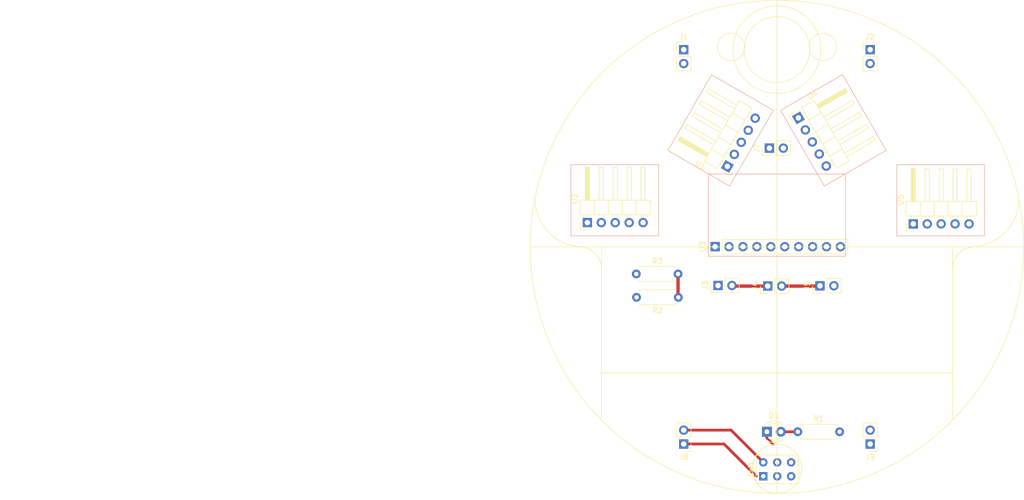
<source format=kicad_pcb>
(kicad_pcb (version 20171130) (host pcbnew 5.1.5-52549c5~84~ubuntu18.04.1)

  (general
    (thickness 1.6)
    (drawings 47)
    (tracks 18)
    (zones 0)
    (modules 18)
    (nets 24)
  )

  (page A4)
  (layers
    (0 F.Cu signal)
    (31 B.Cu signal)
    (32 B.Adhes user)
    (33 F.Adhes user)
    (34 B.Paste user)
    (35 F.Paste user)
    (36 B.SilkS user)
    (37 F.SilkS user)
    (38 B.Mask user)
    (39 F.Mask user)
    (40 Dwgs.User user)
    (41 Cmts.User user)
    (42 Eco1.User user)
    (43 Eco2.User user)
    (44 Edge.Cuts user)
    (45 Margin user)
    (46 B.CrtYd user)
    (47 F.CrtYd user)
    (48 B.Fab user)
    (49 F.Fab user)
  )

  (setup
    (last_trace_width 0.5)
    (user_trace_width 0.5)
    (user_trace_width 0.6)
    (user_trace_width 0.8)
    (user_trace_width 1)
    (trace_clearance 0.2)
    (zone_clearance 0.508)
    (zone_45_only no)
    (trace_min 0.2)
    (via_size 0.8)
    (via_drill 0.4)
    (via_min_size 0.4)
    (via_min_drill 0.3)
    (uvia_size 0.3)
    (uvia_drill 0.1)
    (uvias_allowed no)
    (uvia_min_size 0.2)
    (uvia_min_drill 0.1)
    (edge_width 0.05)
    (segment_width 0.2)
    (pcb_text_width 0.3)
    (pcb_text_size 1.5 1.5)
    (mod_edge_width 0.12)
    (mod_text_size 1 1)
    (mod_text_width 0.15)
    (pad_size 1.524 1.524)
    (pad_drill 0.762)
    (pad_to_mask_clearance 0.051)
    (solder_mask_min_width 0.25)
    (aux_axis_origin 0 0)
    (visible_elements FFFFF77F)
    (pcbplotparams
      (layerselection 0x010fc_ffffffff)
      (usegerberextensions false)
      (usegerberattributes false)
      (usegerberadvancedattributes false)
      (creategerberjobfile false)
      (excludeedgelayer true)
      (linewidth 0.100000)
      (plotframeref false)
      (viasonmask false)
      (mode 1)
      (useauxorigin false)
      (hpglpennumber 1)
      (hpglpenspeed 20)
      (hpglpendiameter 15.000000)
      (psnegative false)
      (psa4output false)
      (plotreference true)
      (plotvalue true)
      (plotinvisibletext false)
      (padsonsilk false)
      (subtractmaskfromsilk false)
      (outputformat 1)
      (mirror false)
      (drillshape 1)
      (scaleselection 1)
      (outputdirectory ""))
  )

  (net 0 "")
  (net 1 "Net-(D1-Pad2)")
  (net 2 "Net-(D1-Pad1)")
  (net 3 "Net-(J1-Pad2)")
  (net 4 "Net-(J1-Pad1)")
  (net 5 "Net-(J2-Pad2)")
  (net 6 "Net-(J2-Pad1)")
  (net 7 "Net-(J3-Pad2)")
  (net 8 "Net-(J3-Pad1)")
  (net 9 "Net-(J4-Pad2)")
  (net 10 "Net-(J5-Pad2)")
  (net 11 "Net-(J7-Pad2)")
  (net 12 "Net-(SW1-Pad4)")
  (net 13 "Net-(J8-Pad2)")
  (net 14 "Net-(J8-Pad1)")
  (net 15 "Net-(J7-Pad1)")
  (net 16 "Net-(J9-Pad1)")
  (net 17 "Net-(SW1-Pad1)")
  (net 18 "Net-(U3-Pad10)")
  (net 19 "Net-(U3-Pad9)")
  (net 20 "Net-(U3-Pad8)")
  (net 21 "Net-(U3-Pad7)")
  (net 22 "Net-(U3-Pad6)")
  (net 23 "Net-(U3-Pad5)")

  (net_class Default "This is the default net class."
    (clearance 0.2)
    (trace_width 0.25)
    (via_dia 0.8)
    (via_drill 0.4)
    (uvia_dia 0.3)
    (uvia_drill 0.1)
    (add_net "Net-(D1-Pad1)")
    (add_net "Net-(D1-Pad2)")
    (add_net "Net-(J1-Pad1)")
    (add_net "Net-(J1-Pad2)")
    (add_net "Net-(J2-Pad1)")
    (add_net "Net-(J2-Pad2)")
    (add_net "Net-(J3-Pad1)")
    (add_net "Net-(J3-Pad2)")
    (add_net "Net-(J4-Pad2)")
    (add_net "Net-(J5-Pad2)")
    (add_net "Net-(J7-Pad1)")
    (add_net "Net-(J7-Pad2)")
    (add_net "Net-(J8-Pad1)")
    (add_net "Net-(J8-Pad2)")
    (add_net "Net-(J9-Pad1)")
    (add_net "Net-(SW1-Pad1)")
    (add_net "Net-(SW1-Pad4)")
    (add_net "Net-(U3-Pad10)")
    (add_net "Net-(U3-Pad5)")
    (add_net "Net-(U3-Pad6)")
    (add_net "Net-(U3-Pad7)")
    (add_net "Net-(U3-Pad8)")
    (add_net "Net-(U3-Pad9)")
  )

  (module Connector_PinHeader_2.54mm:PinHeader_1x05_P2.54mm_Horizontal (layer F.Cu) (tedit 59FED5CB) (tstamp 5DE3623B)
    (at 167.8686 95.8088 90)
    (descr "Through hole angled pin header, 1x05, 2.54mm pitch, 6mm pin length, single row")
    (tags "Through hole angled pin header THT 1x05 2.54mm single row")
    (path /5DF94292)
    (fp_text reference U5 (at 4.385 -2.27 90) (layer F.SilkS)
      (effects (font (size 1 1) (thickness 0.15)))
    )
    (fp_text value Vl530lx (at 4.385 12.43 90) (layer F.Fab)
      (effects (font (size 1 1) (thickness 0.15)))
    )
    (fp_text user %R (at 2.77 5.08) (layer F.Fab)
      (effects (font (size 1 1) (thickness 0.15)))
    )
    (fp_line (start 10.55 -1.8) (end -1.8 -1.8) (layer F.CrtYd) (width 0.05))
    (fp_line (start 10.55 11.95) (end 10.55 -1.8) (layer F.CrtYd) (width 0.05))
    (fp_line (start -1.8 11.95) (end 10.55 11.95) (layer F.CrtYd) (width 0.05))
    (fp_line (start -1.8 -1.8) (end -1.8 11.95) (layer F.CrtYd) (width 0.05))
    (fp_line (start -1.27 -1.27) (end 0 -1.27) (layer F.SilkS) (width 0.12))
    (fp_line (start -1.27 0) (end -1.27 -1.27) (layer F.SilkS) (width 0.12))
    (fp_line (start 1.042929 10.54) (end 1.44 10.54) (layer F.SilkS) (width 0.12))
    (fp_line (start 1.042929 9.78) (end 1.44 9.78) (layer F.SilkS) (width 0.12))
    (fp_line (start 10.1 10.54) (end 4.1 10.54) (layer F.SilkS) (width 0.12))
    (fp_line (start 10.1 9.78) (end 10.1 10.54) (layer F.SilkS) (width 0.12))
    (fp_line (start 4.1 9.78) (end 10.1 9.78) (layer F.SilkS) (width 0.12))
    (fp_line (start 1.44 8.89) (end 4.1 8.89) (layer F.SilkS) (width 0.12))
    (fp_line (start 1.042929 8) (end 1.44 8) (layer F.SilkS) (width 0.12))
    (fp_line (start 1.042929 7.24) (end 1.44 7.24) (layer F.SilkS) (width 0.12))
    (fp_line (start 10.1 8) (end 4.1 8) (layer F.SilkS) (width 0.12))
    (fp_line (start 10.1 7.24) (end 10.1 8) (layer F.SilkS) (width 0.12))
    (fp_line (start 4.1 7.24) (end 10.1 7.24) (layer F.SilkS) (width 0.12))
    (fp_line (start 1.44 6.35) (end 4.1 6.35) (layer F.SilkS) (width 0.12))
    (fp_line (start 1.042929 5.46) (end 1.44 5.46) (layer F.SilkS) (width 0.12))
    (fp_line (start 1.042929 4.7) (end 1.44 4.7) (layer F.SilkS) (width 0.12))
    (fp_line (start 10.1 5.46) (end 4.1 5.46) (layer F.SilkS) (width 0.12))
    (fp_line (start 10.1 4.7) (end 10.1 5.46) (layer F.SilkS) (width 0.12))
    (fp_line (start 4.1 4.7) (end 10.1 4.7) (layer F.SilkS) (width 0.12))
    (fp_line (start 1.44 3.81) (end 4.1 3.81) (layer F.SilkS) (width 0.12))
    (fp_line (start 1.042929 2.92) (end 1.44 2.92) (layer F.SilkS) (width 0.12))
    (fp_line (start 1.042929 2.16) (end 1.44 2.16) (layer F.SilkS) (width 0.12))
    (fp_line (start 10.1 2.92) (end 4.1 2.92) (layer F.SilkS) (width 0.12))
    (fp_line (start 10.1 2.16) (end 10.1 2.92) (layer F.SilkS) (width 0.12))
    (fp_line (start 4.1 2.16) (end 10.1 2.16) (layer F.SilkS) (width 0.12))
    (fp_line (start 1.44 1.27) (end 4.1 1.27) (layer F.SilkS) (width 0.12))
    (fp_line (start 1.11 0.38) (end 1.44 0.38) (layer F.SilkS) (width 0.12))
    (fp_line (start 1.11 -0.38) (end 1.44 -0.38) (layer F.SilkS) (width 0.12))
    (fp_line (start 4.1 0.28) (end 10.1 0.28) (layer F.SilkS) (width 0.12))
    (fp_line (start 4.1 0.16) (end 10.1 0.16) (layer F.SilkS) (width 0.12))
    (fp_line (start 4.1 0.04) (end 10.1 0.04) (layer F.SilkS) (width 0.12))
    (fp_line (start 4.1 -0.08) (end 10.1 -0.08) (layer F.SilkS) (width 0.12))
    (fp_line (start 4.1 -0.2) (end 10.1 -0.2) (layer F.SilkS) (width 0.12))
    (fp_line (start 4.1 -0.32) (end 10.1 -0.32) (layer F.SilkS) (width 0.12))
    (fp_line (start 10.1 0.38) (end 4.1 0.38) (layer F.SilkS) (width 0.12))
    (fp_line (start 10.1 -0.38) (end 10.1 0.38) (layer F.SilkS) (width 0.12))
    (fp_line (start 4.1 -0.38) (end 10.1 -0.38) (layer F.SilkS) (width 0.12))
    (fp_line (start 4.1 -1.33) (end 1.44 -1.33) (layer F.SilkS) (width 0.12))
    (fp_line (start 4.1 11.49) (end 4.1 -1.33) (layer F.SilkS) (width 0.12))
    (fp_line (start 1.44 11.49) (end 4.1 11.49) (layer F.SilkS) (width 0.12))
    (fp_line (start 1.44 -1.33) (end 1.44 11.49) (layer F.SilkS) (width 0.12))
    (fp_line (start 4.04 10.48) (end 10.04 10.48) (layer F.Fab) (width 0.1))
    (fp_line (start 10.04 9.84) (end 10.04 10.48) (layer F.Fab) (width 0.1))
    (fp_line (start 4.04 9.84) (end 10.04 9.84) (layer F.Fab) (width 0.1))
    (fp_line (start -0.32 10.48) (end 1.5 10.48) (layer F.Fab) (width 0.1))
    (fp_line (start -0.32 9.84) (end -0.32 10.48) (layer F.Fab) (width 0.1))
    (fp_line (start -0.32 9.84) (end 1.5 9.84) (layer F.Fab) (width 0.1))
    (fp_line (start 4.04 7.94) (end 10.04 7.94) (layer F.Fab) (width 0.1))
    (fp_line (start 10.04 7.3) (end 10.04 7.94) (layer F.Fab) (width 0.1))
    (fp_line (start 4.04 7.3) (end 10.04 7.3) (layer F.Fab) (width 0.1))
    (fp_line (start -0.32 7.94) (end 1.5 7.94) (layer F.Fab) (width 0.1))
    (fp_line (start -0.32 7.3) (end -0.32 7.94) (layer F.Fab) (width 0.1))
    (fp_line (start -0.32 7.3) (end 1.5 7.3) (layer F.Fab) (width 0.1))
    (fp_line (start 4.04 5.4) (end 10.04 5.4) (layer F.Fab) (width 0.1))
    (fp_line (start 10.04 4.76) (end 10.04 5.4) (layer F.Fab) (width 0.1))
    (fp_line (start 4.04 4.76) (end 10.04 4.76) (layer F.Fab) (width 0.1))
    (fp_line (start -0.32 5.4) (end 1.5 5.4) (layer F.Fab) (width 0.1))
    (fp_line (start -0.32 4.76) (end -0.32 5.4) (layer F.Fab) (width 0.1))
    (fp_line (start -0.32 4.76) (end 1.5 4.76) (layer F.Fab) (width 0.1))
    (fp_line (start 4.04 2.86) (end 10.04 2.86) (layer F.Fab) (width 0.1))
    (fp_line (start 10.04 2.22) (end 10.04 2.86) (layer F.Fab) (width 0.1))
    (fp_line (start 4.04 2.22) (end 10.04 2.22) (layer F.Fab) (width 0.1))
    (fp_line (start -0.32 2.86) (end 1.5 2.86) (layer F.Fab) (width 0.1))
    (fp_line (start -0.32 2.22) (end -0.32 2.86) (layer F.Fab) (width 0.1))
    (fp_line (start -0.32 2.22) (end 1.5 2.22) (layer F.Fab) (width 0.1))
    (fp_line (start 4.04 0.32) (end 10.04 0.32) (layer F.Fab) (width 0.1))
    (fp_line (start 10.04 -0.32) (end 10.04 0.32) (layer F.Fab) (width 0.1))
    (fp_line (start 4.04 -0.32) (end 10.04 -0.32) (layer F.Fab) (width 0.1))
    (fp_line (start -0.32 0.32) (end 1.5 0.32) (layer F.Fab) (width 0.1))
    (fp_line (start -0.32 -0.32) (end -0.32 0.32) (layer F.Fab) (width 0.1))
    (fp_line (start -0.32 -0.32) (end 1.5 -0.32) (layer F.Fab) (width 0.1))
    (fp_line (start 1.5 -0.635) (end 2.135 -1.27) (layer F.Fab) (width 0.1))
    (fp_line (start 1.5 11.43) (end 1.5 -0.635) (layer F.Fab) (width 0.1))
    (fp_line (start 4.04 11.43) (end 1.5 11.43) (layer F.Fab) (width 0.1))
    (fp_line (start 4.04 -1.27) (end 4.04 11.43) (layer F.Fab) (width 0.1))
    (fp_line (start 2.135 -1.27) (end 4.04 -1.27) (layer F.Fab) (width 0.1))
    (pad 5 thru_hole oval (at 0 10.16 90) (size 1.7 1.7) (drill 1) (layers *.Cu *.Mask)
      (net 16 "Net-(J9-Pad1)"))
    (pad 4 thru_hole oval (at 0 7.62 90) (size 1.7 1.7) (drill 1) (layers *.Cu *.Mask)
      (net 2 "Net-(D1-Pad1)"))
    (pad 3 thru_hole oval (at 0 5.08 90) (size 1.7 1.7) (drill 1) (layers *.Cu *.Mask)
      (net 15 "Net-(J7-Pad1)"))
    (pad 2 thru_hole oval (at 0 2.54 90) (size 1.7 1.7) (drill 1) (layers *.Cu *.Mask)
      (net 11 "Net-(J7-Pad2)"))
    (pad 1 thru_hole rect (at 0 0 90) (size 1.7 1.7) (drill 1) (layers *.Cu *.Mask)
      (net 6 "Net-(J2-Pad1)"))
    (model ${KISYS3DMOD}/Connector_PinHeader_2.54mm.3dshapes/PinHeader_1x05_P2.54mm_Horizontal.wrl
      (at (xyz 0 0 0))
      (scale (xyz 1 1 1))
      (rotate (xyz 0 0 0))
    )
  )

  (module Connector_PinHeader_2.54mm:PinHeader_1x05_P2.54mm_Horizontal (layer F.Cu) (tedit 59FED5CB) (tstamp 5DE361E1)
    (at 146.9136 76.454 30)
    (descr "Through hole angled pin header, 1x05, 2.54mm pitch, 6mm pin length, single row")
    (tags "Through hole angled pin header THT 1x05 2.54mm single row")
    (path /5DF9B29D)
    (fp_text reference U4 (at 4.385 -2.27 30) (layer F.SilkS)
      (effects (font (size 1 1) (thickness 0.15)))
    )
    (fp_text value Vl530lx (at 4.385 12.43 30) (layer F.Fab)
      (effects (font (size 1 1) (thickness 0.15)))
    )
    (fp_text user %R (at 2.77 5.08 120) (layer F.Fab)
      (effects (font (size 1 1) (thickness 0.15)))
    )
    (fp_line (start 10.55 -1.8) (end -1.8 -1.8) (layer F.CrtYd) (width 0.05))
    (fp_line (start 10.55 11.95) (end 10.55 -1.8) (layer F.CrtYd) (width 0.05))
    (fp_line (start -1.8 11.95) (end 10.55 11.95) (layer F.CrtYd) (width 0.05))
    (fp_line (start -1.8 -1.8) (end -1.8 11.95) (layer F.CrtYd) (width 0.05))
    (fp_line (start -1.27 -1.27) (end 0 -1.27) (layer F.SilkS) (width 0.12))
    (fp_line (start -1.27 0) (end -1.27 -1.27) (layer F.SilkS) (width 0.12))
    (fp_line (start 1.042929 10.54) (end 1.44 10.54) (layer F.SilkS) (width 0.12))
    (fp_line (start 1.042929 9.78) (end 1.44 9.78) (layer F.SilkS) (width 0.12))
    (fp_line (start 10.1 10.54) (end 4.1 10.54) (layer F.SilkS) (width 0.12))
    (fp_line (start 10.1 9.78) (end 10.1 10.54) (layer F.SilkS) (width 0.12))
    (fp_line (start 4.1 9.78) (end 10.1 9.78) (layer F.SilkS) (width 0.12))
    (fp_line (start 1.44 8.89) (end 4.1 8.89) (layer F.SilkS) (width 0.12))
    (fp_line (start 1.042929 8) (end 1.44 8) (layer F.SilkS) (width 0.12))
    (fp_line (start 1.042929 7.24) (end 1.44 7.24) (layer F.SilkS) (width 0.12))
    (fp_line (start 10.1 8) (end 4.1 8) (layer F.SilkS) (width 0.12))
    (fp_line (start 10.1 7.24) (end 10.1 8) (layer F.SilkS) (width 0.12))
    (fp_line (start 4.1 7.24) (end 10.1 7.24) (layer F.SilkS) (width 0.12))
    (fp_line (start 1.44 6.35) (end 4.1 6.35) (layer F.SilkS) (width 0.12))
    (fp_line (start 1.042929 5.46) (end 1.44 5.46) (layer F.SilkS) (width 0.12))
    (fp_line (start 1.042929 4.7) (end 1.44 4.7) (layer F.SilkS) (width 0.12))
    (fp_line (start 10.1 5.46) (end 4.1 5.46) (layer F.SilkS) (width 0.12))
    (fp_line (start 10.1 4.7) (end 10.1 5.46) (layer F.SilkS) (width 0.12))
    (fp_line (start 4.1 4.7) (end 10.1 4.7) (layer F.SilkS) (width 0.12))
    (fp_line (start 1.44 3.81) (end 4.1 3.81) (layer F.SilkS) (width 0.12))
    (fp_line (start 1.042929 2.92) (end 1.44 2.92) (layer F.SilkS) (width 0.12))
    (fp_line (start 1.042929 2.16) (end 1.44 2.16) (layer F.SilkS) (width 0.12))
    (fp_line (start 10.1 2.92) (end 4.1 2.92) (layer F.SilkS) (width 0.12))
    (fp_line (start 10.1 2.16) (end 10.1 2.92) (layer F.SilkS) (width 0.12))
    (fp_line (start 4.1 2.16) (end 10.1 2.16) (layer F.SilkS) (width 0.12))
    (fp_line (start 1.44 1.27) (end 4.1 1.27) (layer F.SilkS) (width 0.12))
    (fp_line (start 1.11 0.38) (end 1.44 0.38) (layer F.SilkS) (width 0.12))
    (fp_line (start 1.11 -0.38) (end 1.44 -0.38) (layer F.SilkS) (width 0.12))
    (fp_line (start 4.1 0.28) (end 10.1 0.28) (layer F.SilkS) (width 0.12))
    (fp_line (start 4.1 0.16) (end 10.1 0.16) (layer F.SilkS) (width 0.12))
    (fp_line (start 4.1 0.04) (end 10.1 0.04) (layer F.SilkS) (width 0.12))
    (fp_line (start 4.1 -0.08) (end 10.1 -0.08) (layer F.SilkS) (width 0.12))
    (fp_line (start 4.1 -0.2) (end 10.1 -0.2) (layer F.SilkS) (width 0.12))
    (fp_line (start 4.1 -0.32) (end 10.1 -0.32) (layer F.SilkS) (width 0.12))
    (fp_line (start 10.1 0.38) (end 4.1 0.38) (layer F.SilkS) (width 0.12))
    (fp_line (start 10.1 -0.38) (end 10.1 0.38) (layer F.SilkS) (width 0.12))
    (fp_line (start 4.1 -0.38) (end 10.1 -0.38) (layer F.SilkS) (width 0.12))
    (fp_line (start 4.1 -1.33) (end 1.44 -1.33) (layer F.SilkS) (width 0.12))
    (fp_line (start 4.1 11.49) (end 4.1 -1.33) (layer F.SilkS) (width 0.12))
    (fp_line (start 1.44 11.49) (end 4.1 11.49) (layer F.SilkS) (width 0.12))
    (fp_line (start 1.44 -1.33) (end 1.44 11.49) (layer F.SilkS) (width 0.12))
    (fp_line (start 4.04 10.48) (end 10.04 10.48) (layer F.Fab) (width 0.1))
    (fp_line (start 10.04 9.84) (end 10.04 10.48) (layer F.Fab) (width 0.1))
    (fp_line (start 4.04 9.84) (end 10.04 9.84) (layer F.Fab) (width 0.1))
    (fp_line (start -0.32 10.48) (end 1.5 10.48) (layer F.Fab) (width 0.1))
    (fp_line (start -0.32 9.84) (end -0.32 10.48) (layer F.Fab) (width 0.1))
    (fp_line (start -0.32 9.84) (end 1.5 9.84) (layer F.Fab) (width 0.1))
    (fp_line (start 4.04 7.94) (end 10.04 7.94) (layer F.Fab) (width 0.1))
    (fp_line (start 10.04 7.3) (end 10.04 7.94) (layer F.Fab) (width 0.1))
    (fp_line (start 4.04 7.3) (end 10.04 7.3) (layer F.Fab) (width 0.1))
    (fp_line (start -0.32 7.94) (end 1.5 7.94) (layer F.Fab) (width 0.1))
    (fp_line (start -0.32 7.3) (end -0.32 7.94) (layer F.Fab) (width 0.1))
    (fp_line (start -0.32 7.3) (end 1.5 7.3) (layer F.Fab) (width 0.1))
    (fp_line (start 4.04 5.4) (end 10.04 5.4) (layer F.Fab) (width 0.1))
    (fp_line (start 10.04 4.76) (end 10.04 5.4) (layer F.Fab) (width 0.1))
    (fp_line (start 4.04 4.76) (end 10.04 4.76) (layer F.Fab) (width 0.1))
    (fp_line (start -0.32 5.4) (end 1.5 5.4) (layer F.Fab) (width 0.1))
    (fp_line (start -0.32 4.76) (end -0.32 5.4) (layer F.Fab) (width 0.1))
    (fp_line (start -0.32 4.76) (end 1.5 4.76) (layer F.Fab) (width 0.1))
    (fp_line (start 4.04 2.86) (end 10.04 2.86) (layer F.Fab) (width 0.1))
    (fp_line (start 10.04 2.22) (end 10.04 2.86) (layer F.Fab) (width 0.1))
    (fp_line (start 4.04 2.22) (end 10.04 2.22) (layer F.Fab) (width 0.1))
    (fp_line (start -0.32 2.86) (end 1.5 2.86) (layer F.Fab) (width 0.1))
    (fp_line (start -0.32 2.22) (end -0.32 2.86) (layer F.Fab) (width 0.1))
    (fp_line (start -0.32 2.22) (end 1.5 2.22) (layer F.Fab) (width 0.1))
    (fp_line (start 4.04 0.32) (end 10.04 0.32) (layer F.Fab) (width 0.1))
    (fp_line (start 10.04 -0.32) (end 10.04 0.32) (layer F.Fab) (width 0.1))
    (fp_line (start 4.04 -0.32) (end 10.04 -0.32) (layer F.Fab) (width 0.1))
    (fp_line (start -0.32 0.32) (end 1.5 0.32) (layer F.Fab) (width 0.1))
    (fp_line (start -0.32 -0.32) (end -0.32 0.32) (layer F.Fab) (width 0.1))
    (fp_line (start -0.32 -0.32) (end 1.5 -0.32) (layer F.Fab) (width 0.1))
    (fp_line (start 1.5 -0.635) (end 2.135 -1.27) (layer F.Fab) (width 0.1))
    (fp_line (start 1.5 11.43) (end 1.5 -0.635) (layer F.Fab) (width 0.1))
    (fp_line (start 4.04 11.43) (end 1.5 11.43) (layer F.Fab) (width 0.1))
    (fp_line (start 4.04 -1.27) (end 4.04 11.43) (layer F.Fab) (width 0.1))
    (fp_line (start 2.135 -1.27) (end 4.04 -1.27) (layer F.Fab) (width 0.1))
    (pad 5 thru_hole oval (at 0 10.16 30) (size 1.7 1.7) (drill 1) (layers *.Cu *.Mask)
      (net 16 "Net-(J9-Pad1)"))
    (pad 4 thru_hole oval (at 0 7.62 30) (size 1.7 1.7) (drill 1) (layers *.Cu *.Mask)
      (net 2 "Net-(D1-Pad1)"))
    (pad 3 thru_hole oval (at 0 5.08 30) (size 1.7 1.7) (drill 1) (layers *.Cu *.Mask)
      (net 15 "Net-(J7-Pad1)"))
    (pad 2 thru_hole oval (at 0 2.54 30) (size 1.7 1.7) (drill 1) (layers *.Cu *.Mask)
      (net 11 "Net-(J7-Pad2)"))
    (pad 1 thru_hole rect (at 0 0 30) (size 1.7 1.7) (drill 1) (layers *.Cu *.Mask)
      (net 5 "Net-(J2-Pad2)"))
    (model ${KISYS3DMOD}/Connector_PinHeader_2.54mm.3dshapes/PinHeader_1x05_P2.54mm_Horizontal.wrl
      (at (xyz 0 0 0))
      (scale (xyz 1 1 1))
      (rotate (xyz 0 0 0))
    )
  )

  (module Connector_PinHeader_2.54mm:PinHeader_1x10_P2.54mm_Vertical (layer F.Cu) (tedit 59FED5CC) (tstamp 5DE36187)
    (at 131.7244 99.9744 90)
    (descr "Through hole straight pin header, 1x10, 2.54mm pitch, single row")
    (tags "Through hole pin header THT 1x10 2.54mm single row")
    (path /5DF9F3FC)
    (fp_text reference U3 (at 0 -2.33 90) (layer F.SilkS)
      (effects (font (size 1 1) (thickness 0.15)))
    )
    (fp_text value MPU9250 (at 0 25.19 90) (layer F.Fab)
      (effects (font (size 1 1) (thickness 0.15)))
    )
    (fp_text user %R (at 0 11.43) (layer F.Fab)
      (effects (font (size 1 1) (thickness 0.15)))
    )
    (fp_line (start 1.8 -1.8) (end -1.8 -1.8) (layer F.CrtYd) (width 0.05))
    (fp_line (start 1.8 24.65) (end 1.8 -1.8) (layer F.CrtYd) (width 0.05))
    (fp_line (start -1.8 24.65) (end 1.8 24.65) (layer F.CrtYd) (width 0.05))
    (fp_line (start -1.8 -1.8) (end -1.8 24.65) (layer F.CrtYd) (width 0.05))
    (fp_line (start -1.33 -1.33) (end 0 -1.33) (layer F.SilkS) (width 0.12))
    (fp_line (start -1.33 0) (end -1.33 -1.33) (layer F.SilkS) (width 0.12))
    (fp_line (start -1.33 1.27) (end 1.33 1.27) (layer F.SilkS) (width 0.12))
    (fp_line (start 1.33 1.27) (end 1.33 24.19) (layer F.SilkS) (width 0.12))
    (fp_line (start -1.33 1.27) (end -1.33 24.19) (layer F.SilkS) (width 0.12))
    (fp_line (start -1.33 24.19) (end 1.33 24.19) (layer F.SilkS) (width 0.12))
    (fp_line (start -1.27 -0.635) (end -0.635 -1.27) (layer F.Fab) (width 0.1))
    (fp_line (start -1.27 24.13) (end -1.27 -0.635) (layer F.Fab) (width 0.1))
    (fp_line (start 1.27 24.13) (end -1.27 24.13) (layer F.Fab) (width 0.1))
    (fp_line (start 1.27 -1.27) (end 1.27 24.13) (layer F.Fab) (width 0.1))
    (fp_line (start -0.635 -1.27) (end 1.27 -1.27) (layer F.Fab) (width 0.1))
    (pad 10 thru_hole oval (at 0 22.86 90) (size 1.7 1.7) (drill 1) (layers *.Cu *.Mask)
      (net 18 "Net-(U3-Pad10)"))
    (pad 9 thru_hole oval (at 0 20.32 90) (size 1.7 1.7) (drill 1) (layers *.Cu *.Mask)
      (net 19 "Net-(U3-Pad9)"))
    (pad 8 thru_hole oval (at 0 17.78 90) (size 1.7 1.7) (drill 1) (layers *.Cu *.Mask)
      (net 20 "Net-(U3-Pad8)"))
    (pad 7 thru_hole oval (at 0 15.24 90) (size 1.7 1.7) (drill 1) (layers *.Cu *.Mask)
      (net 21 "Net-(U3-Pad7)"))
    (pad 6 thru_hole oval (at 0 12.7 90) (size 1.7 1.7) (drill 1) (layers *.Cu *.Mask)
      (net 22 "Net-(U3-Pad6)"))
    (pad 5 thru_hole oval (at 0 10.16 90) (size 1.7 1.7) (drill 1) (layers *.Cu *.Mask)
      (net 23 "Net-(U3-Pad5)"))
    (pad 4 thru_hole oval (at 0 7.62 90) (size 1.7 1.7) (drill 1) (layers *.Cu *.Mask)
      (net 11 "Net-(J7-Pad2)"))
    (pad 3 thru_hole oval (at 0 5.08 90) (size 1.7 1.7) (drill 1) (layers *.Cu *.Mask)
      (net 15 "Net-(J7-Pad1)"))
    (pad 2 thru_hole oval (at 0 2.54 90) (size 1.7 1.7) (drill 1) (layers *.Cu *.Mask)
      (net 2 "Net-(D1-Pad1)"))
    (pad 1 thru_hole rect (at 0 0 90) (size 1.7 1.7) (drill 1) (layers *.Cu *.Mask)
      (net 16 "Net-(J9-Pad1)"))
    (model ${KISYS3DMOD}/Connector_PinHeader_2.54mm.3dshapes/PinHeader_1x10_P2.54mm_Vertical.wrl
      (at (xyz 0 0 0))
      (scale (xyz 1 1 1))
      (rotate (xyz 0 0 0))
    )
  )

  (module Connector_PinHeader_2.54mm:PinHeader_1x05_P2.54mm_Horizontal (layer F.Cu) (tedit 59FED5CB) (tstamp 5DE36169)
    (at 108.4326 95.5802 90)
    (descr "Through hole angled pin header, 1x05, 2.54mm pitch, 6mm pin length, single row")
    (tags "Through hole angled pin header THT 1x05 2.54mm single row")
    (path /5DF8A735)
    (fp_text reference U2 (at 4.385 -2.27 90) (layer F.SilkS)
      (effects (font (size 1 1) (thickness 0.15)))
    )
    (fp_text value Vl530lx (at 4.385 12.43 90) (layer F.Fab)
      (effects (font (size 1 1) (thickness 0.15)))
    )
    (fp_text user %R (at 2.77 5.08) (layer F.Fab)
      (effects (font (size 1 1) (thickness 0.15)))
    )
    (fp_line (start 10.55 -1.8) (end -1.8 -1.8) (layer F.CrtYd) (width 0.05))
    (fp_line (start 10.55 11.95) (end 10.55 -1.8) (layer F.CrtYd) (width 0.05))
    (fp_line (start -1.8 11.95) (end 10.55 11.95) (layer F.CrtYd) (width 0.05))
    (fp_line (start -1.8 -1.8) (end -1.8 11.95) (layer F.CrtYd) (width 0.05))
    (fp_line (start -1.27 -1.27) (end 0 -1.27) (layer F.SilkS) (width 0.12))
    (fp_line (start -1.27 0) (end -1.27 -1.27) (layer F.SilkS) (width 0.12))
    (fp_line (start 1.042929 10.54) (end 1.44 10.54) (layer F.SilkS) (width 0.12))
    (fp_line (start 1.042929 9.78) (end 1.44 9.78) (layer F.SilkS) (width 0.12))
    (fp_line (start 10.1 10.54) (end 4.1 10.54) (layer F.SilkS) (width 0.12))
    (fp_line (start 10.1 9.78) (end 10.1 10.54) (layer F.SilkS) (width 0.12))
    (fp_line (start 4.1 9.78) (end 10.1 9.78) (layer F.SilkS) (width 0.12))
    (fp_line (start 1.44 8.89) (end 4.1 8.89) (layer F.SilkS) (width 0.12))
    (fp_line (start 1.042929 8) (end 1.44 8) (layer F.SilkS) (width 0.12))
    (fp_line (start 1.042929 7.24) (end 1.44 7.24) (layer F.SilkS) (width 0.12))
    (fp_line (start 10.1 8) (end 4.1 8) (layer F.SilkS) (width 0.12))
    (fp_line (start 10.1 7.24) (end 10.1 8) (layer F.SilkS) (width 0.12))
    (fp_line (start 4.1 7.24) (end 10.1 7.24) (layer F.SilkS) (width 0.12))
    (fp_line (start 1.44 6.35) (end 4.1 6.35) (layer F.SilkS) (width 0.12))
    (fp_line (start 1.042929 5.46) (end 1.44 5.46) (layer F.SilkS) (width 0.12))
    (fp_line (start 1.042929 4.7) (end 1.44 4.7) (layer F.SilkS) (width 0.12))
    (fp_line (start 10.1 5.46) (end 4.1 5.46) (layer F.SilkS) (width 0.12))
    (fp_line (start 10.1 4.7) (end 10.1 5.46) (layer F.SilkS) (width 0.12))
    (fp_line (start 4.1 4.7) (end 10.1 4.7) (layer F.SilkS) (width 0.12))
    (fp_line (start 1.44 3.81) (end 4.1 3.81) (layer F.SilkS) (width 0.12))
    (fp_line (start 1.042929 2.92) (end 1.44 2.92) (layer F.SilkS) (width 0.12))
    (fp_line (start 1.042929 2.16) (end 1.44 2.16) (layer F.SilkS) (width 0.12))
    (fp_line (start 10.1 2.92) (end 4.1 2.92) (layer F.SilkS) (width 0.12))
    (fp_line (start 10.1 2.16) (end 10.1 2.92) (layer F.SilkS) (width 0.12))
    (fp_line (start 4.1 2.16) (end 10.1 2.16) (layer F.SilkS) (width 0.12))
    (fp_line (start 1.44 1.27) (end 4.1 1.27) (layer F.SilkS) (width 0.12))
    (fp_line (start 1.11 0.38) (end 1.44 0.38) (layer F.SilkS) (width 0.12))
    (fp_line (start 1.11 -0.38) (end 1.44 -0.38) (layer F.SilkS) (width 0.12))
    (fp_line (start 4.1 0.28) (end 10.1 0.28) (layer F.SilkS) (width 0.12))
    (fp_line (start 4.1 0.16) (end 10.1 0.16) (layer F.SilkS) (width 0.12))
    (fp_line (start 4.1 0.04) (end 10.1 0.04) (layer F.SilkS) (width 0.12))
    (fp_line (start 4.1 -0.08) (end 10.1 -0.08) (layer F.SilkS) (width 0.12))
    (fp_line (start 4.1 -0.2) (end 10.1 -0.2) (layer F.SilkS) (width 0.12))
    (fp_line (start 4.1 -0.32) (end 10.1 -0.32) (layer F.SilkS) (width 0.12))
    (fp_line (start 10.1 0.38) (end 4.1 0.38) (layer F.SilkS) (width 0.12))
    (fp_line (start 10.1 -0.38) (end 10.1 0.38) (layer F.SilkS) (width 0.12))
    (fp_line (start 4.1 -0.38) (end 10.1 -0.38) (layer F.SilkS) (width 0.12))
    (fp_line (start 4.1 -1.33) (end 1.44 -1.33) (layer F.SilkS) (width 0.12))
    (fp_line (start 4.1 11.49) (end 4.1 -1.33) (layer F.SilkS) (width 0.12))
    (fp_line (start 1.44 11.49) (end 4.1 11.49) (layer F.SilkS) (width 0.12))
    (fp_line (start 1.44 -1.33) (end 1.44 11.49) (layer F.SilkS) (width 0.12))
    (fp_line (start 4.04 10.48) (end 10.04 10.48) (layer F.Fab) (width 0.1))
    (fp_line (start 10.04 9.84) (end 10.04 10.48) (layer F.Fab) (width 0.1))
    (fp_line (start 4.04 9.84) (end 10.04 9.84) (layer F.Fab) (width 0.1))
    (fp_line (start -0.32 10.48) (end 1.5 10.48) (layer F.Fab) (width 0.1))
    (fp_line (start -0.32 9.84) (end -0.32 10.48) (layer F.Fab) (width 0.1))
    (fp_line (start -0.32 9.84) (end 1.5 9.84) (layer F.Fab) (width 0.1))
    (fp_line (start 4.04 7.94) (end 10.04 7.94) (layer F.Fab) (width 0.1))
    (fp_line (start 10.04 7.3) (end 10.04 7.94) (layer F.Fab) (width 0.1))
    (fp_line (start 4.04 7.3) (end 10.04 7.3) (layer F.Fab) (width 0.1))
    (fp_line (start -0.32 7.94) (end 1.5 7.94) (layer F.Fab) (width 0.1))
    (fp_line (start -0.32 7.3) (end -0.32 7.94) (layer F.Fab) (width 0.1))
    (fp_line (start -0.32 7.3) (end 1.5 7.3) (layer F.Fab) (width 0.1))
    (fp_line (start 4.04 5.4) (end 10.04 5.4) (layer F.Fab) (width 0.1))
    (fp_line (start 10.04 4.76) (end 10.04 5.4) (layer F.Fab) (width 0.1))
    (fp_line (start 4.04 4.76) (end 10.04 4.76) (layer F.Fab) (width 0.1))
    (fp_line (start -0.32 5.4) (end 1.5 5.4) (layer F.Fab) (width 0.1))
    (fp_line (start -0.32 4.76) (end -0.32 5.4) (layer F.Fab) (width 0.1))
    (fp_line (start -0.32 4.76) (end 1.5 4.76) (layer F.Fab) (width 0.1))
    (fp_line (start 4.04 2.86) (end 10.04 2.86) (layer F.Fab) (width 0.1))
    (fp_line (start 10.04 2.22) (end 10.04 2.86) (layer F.Fab) (width 0.1))
    (fp_line (start 4.04 2.22) (end 10.04 2.22) (layer F.Fab) (width 0.1))
    (fp_line (start -0.32 2.86) (end 1.5 2.86) (layer F.Fab) (width 0.1))
    (fp_line (start -0.32 2.22) (end -0.32 2.86) (layer F.Fab) (width 0.1))
    (fp_line (start -0.32 2.22) (end 1.5 2.22) (layer F.Fab) (width 0.1))
    (fp_line (start 4.04 0.32) (end 10.04 0.32) (layer F.Fab) (width 0.1))
    (fp_line (start 10.04 -0.32) (end 10.04 0.32) (layer F.Fab) (width 0.1))
    (fp_line (start 4.04 -0.32) (end 10.04 -0.32) (layer F.Fab) (width 0.1))
    (fp_line (start -0.32 0.32) (end 1.5 0.32) (layer F.Fab) (width 0.1))
    (fp_line (start -0.32 -0.32) (end -0.32 0.32) (layer F.Fab) (width 0.1))
    (fp_line (start -0.32 -0.32) (end 1.5 -0.32) (layer F.Fab) (width 0.1))
    (fp_line (start 1.5 -0.635) (end 2.135 -1.27) (layer F.Fab) (width 0.1))
    (fp_line (start 1.5 11.43) (end 1.5 -0.635) (layer F.Fab) (width 0.1))
    (fp_line (start 4.04 11.43) (end 1.5 11.43) (layer F.Fab) (width 0.1))
    (fp_line (start 4.04 -1.27) (end 4.04 11.43) (layer F.Fab) (width 0.1))
    (fp_line (start 2.135 -1.27) (end 4.04 -1.27) (layer F.Fab) (width 0.1))
    (pad 5 thru_hole oval (at 0 10.16 90) (size 1.7 1.7) (drill 1) (layers *.Cu *.Mask)
      (net 16 "Net-(J9-Pad1)"))
    (pad 4 thru_hole oval (at 0 7.62 90) (size 1.7 1.7) (drill 1) (layers *.Cu *.Mask)
      (net 2 "Net-(D1-Pad1)"))
    (pad 3 thru_hole oval (at 0 5.08 90) (size 1.7 1.7) (drill 1) (layers *.Cu *.Mask)
      (net 15 "Net-(J7-Pad1)"))
    (pad 2 thru_hole oval (at 0 2.54 90) (size 1.7 1.7) (drill 1) (layers *.Cu *.Mask)
      (net 11 "Net-(J7-Pad2)"))
    (pad 1 thru_hole rect (at 0 0 90) (size 1.7 1.7) (drill 1) (layers *.Cu *.Mask)
      (net 3 "Net-(J1-Pad2)"))
    (model ${KISYS3DMOD}/Connector_PinHeader_2.54mm.3dshapes/PinHeader_1x05_P2.54mm_Horizontal.wrl
      (at (xyz 0 0 0))
      (scale (xyz 1 1 1))
      (rotate (xyz 0 0 0))
    )
  )

  (module Connector_PinHeader_2.54mm:PinHeader_1x05_P2.54mm_Horizontal (layer F.Cu) (tedit 59FED5CB) (tstamp 5DE3610F)
    (at 133.9596 85.3186 150)
    (descr "Through hole angled pin header, 1x05, 2.54mm pitch, 6mm pin length, single row")
    (tags "Through hole angled pin header THT 1x05 2.54mm single row")
    (path /5DF9DE1D)
    (fp_text reference U1 (at 4.385 -2.27 150) (layer F.SilkS)
      (effects (font (size 1 1) (thickness 0.15)))
    )
    (fp_text value Vl530lx (at 4.385 12.43 150) (layer F.Fab)
      (effects (font (size 1 1) (thickness 0.15)))
    )
    (fp_text user %R (at 2.77 5.08 60) (layer F.Fab)
      (effects (font (size 1 1) (thickness 0.15)))
    )
    (fp_line (start 10.55 -1.8) (end -1.8 -1.8) (layer F.CrtYd) (width 0.05))
    (fp_line (start 10.55 11.95) (end 10.55 -1.8) (layer F.CrtYd) (width 0.05))
    (fp_line (start -1.8 11.95) (end 10.55 11.95) (layer F.CrtYd) (width 0.05))
    (fp_line (start -1.8 -1.8) (end -1.8 11.95) (layer F.CrtYd) (width 0.05))
    (fp_line (start -1.27 -1.27) (end 0 -1.27) (layer F.SilkS) (width 0.12))
    (fp_line (start -1.27 0) (end -1.27 -1.27) (layer F.SilkS) (width 0.12))
    (fp_line (start 1.042929 10.54) (end 1.44 10.54) (layer F.SilkS) (width 0.12))
    (fp_line (start 1.042929 9.78) (end 1.44 9.78) (layer F.SilkS) (width 0.12))
    (fp_line (start 10.1 10.54) (end 4.1 10.54) (layer F.SilkS) (width 0.12))
    (fp_line (start 10.1 9.78) (end 10.1 10.54) (layer F.SilkS) (width 0.12))
    (fp_line (start 4.1 9.78) (end 10.1 9.78) (layer F.SilkS) (width 0.12))
    (fp_line (start 1.44 8.89) (end 4.1 8.89) (layer F.SilkS) (width 0.12))
    (fp_line (start 1.042929 8) (end 1.44 8) (layer F.SilkS) (width 0.12))
    (fp_line (start 1.042929 7.24) (end 1.44 7.24) (layer F.SilkS) (width 0.12))
    (fp_line (start 10.1 8) (end 4.1 8) (layer F.SilkS) (width 0.12))
    (fp_line (start 10.1 7.24) (end 10.1 8) (layer F.SilkS) (width 0.12))
    (fp_line (start 4.1 7.24) (end 10.1 7.24) (layer F.SilkS) (width 0.12))
    (fp_line (start 1.44 6.35) (end 4.1 6.35) (layer F.SilkS) (width 0.12))
    (fp_line (start 1.042929 5.46) (end 1.44 5.46) (layer F.SilkS) (width 0.12))
    (fp_line (start 1.042929 4.7) (end 1.44 4.7) (layer F.SilkS) (width 0.12))
    (fp_line (start 10.1 5.46) (end 4.1 5.46) (layer F.SilkS) (width 0.12))
    (fp_line (start 10.1 4.7) (end 10.1 5.46) (layer F.SilkS) (width 0.12))
    (fp_line (start 4.1 4.7) (end 10.1 4.7) (layer F.SilkS) (width 0.12))
    (fp_line (start 1.44 3.81) (end 4.1 3.81) (layer F.SilkS) (width 0.12))
    (fp_line (start 1.042929 2.92) (end 1.44 2.92) (layer F.SilkS) (width 0.12))
    (fp_line (start 1.042929 2.16) (end 1.44 2.16) (layer F.SilkS) (width 0.12))
    (fp_line (start 10.1 2.92) (end 4.1 2.92) (layer F.SilkS) (width 0.12))
    (fp_line (start 10.1 2.16) (end 10.1 2.92) (layer F.SilkS) (width 0.12))
    (fp_line (start 4.1 2.16) (end 10.1 2.16) (layer F.SilkS) (width 0.12))
    (fp_line (start 1.44 1.27) (end 4.1 1.27) (layer F.SilkS) (width 0.12))
    (fp_line (start 1.11 0.38) (end 1.44 0.38) (layer F.SilkS) (width 0.12))
    (fp_line (start 1.11 -0.38) (end 1.44 -0.38) (layer F.SilkS) (width 0.12))
    (fp_line (start 4.1 0.28) (end 10.1 0.28) (layer F.SilkS) (width 0.12))
    (fp_line (start 4.1 0.16) (end 10.1 0.16) (layer F.SilkS) (width 0.12))
    (fp_line (start 4.1 0.04) (end 10.1 0.04) (layer F.SilkS) (width 0.12))
    (fp_line (start 4.1 -0.08) (end 10.1 -0.08) (layer F.SilkS) (width 0.12))
    (fp_line (start 4.1 -0.2) (end 10.1 -0.2) (layer F.SilkS) (width 0.12))
    (fp_line (start 4.1 -0.32) (end 10.1 -0.32) (layer F.SilkS) (width 0.12))
    (fp_line (start 10.1 0.38) (end 4.1 0.38) (layer F.SilkS) (width 0.12))
    (fp_line (start 10.1 -0.38) (end 10.1 0.38) (layer F.SilkS) (width 0.12))
    (fp_line (start 4.1 -0.38) (end 10.1 -0.38) (layer F.SilkS) (width 0.12))
    (fp_line (start 4.1 -1.33) (end 1.44 -1.33) (layer F.SilkS) (width 0.12))
    (fp_line (start 4.1 11.49) (end 4.1 -1.33) (layer F.SilkS) (width 0.12))
    (fp_line (start 1.44 11.49) (end 4.1 11.49) (layer F.SilkS) (width 0.12))
    (fp_line (start 1.44 -1.33) (end 1.44 11.49) (layer F.SilkS) (width 0.12))
    (fp_line (start 4.04 10.48) (end 10.04 10.48) (layer F.Fab) (width 0.1))
    (fp_line (start 10.04 9.84) (end 10.04 10.48) (layer F.Fab) (width 0.1))
    (fp_line (start 4.04 9.84) (end 10.04 9.84) (layer F.Fab) (width 0.1))
    (fp_line (start -0.32 10.48) (end 1.5 10.48) (layer F.Fab) (width 0.1))
    (fp_line (start -0.32 9.84) (end -0.32 10.48) (layer F.Fab) (width 0.1))
    (fp_line (start -0.32 9.84) (end 1.5 9.84) (layer F.Fab) (width 0.1))
    (fp_line (start 4.04 7.94) (end 10.04 7.94) (layer F.Fab) (width 0.1))
    (fp_line (start 10.04 7.3) (end 10.04 7.94) (layer F.Fab) (width 0.1))
    (fp_line (start 4.04 7.3) (end 10.04 7.3) (layer F.Fab) (width 0.1))
    (fp_line (start -0.32 7.94) (end 1.5 7.94) (layer F.Fab) (width 0.1))
    (fp_line (start -0.32 7.3) (end -0.32 7.94) (layer F.Fab) (width 0.1))
    (fp_line (start -0.32 7.3) (end 1.5 7.3) (layer F.Fab) (width 0.1))
    (fp_line (start 4.04 5.4) (end 10.04 5.4) (layer F.Fab) (width 0.1))
    (fp_line (start 10.04 4.76) (end 10.04 5.4) (layer F.Fab) (width 0.1))
    (fp_line (start 4.04 4.76) (end 10.04 4.76) (layer F.Fab) (width 0.1))
    (fp_line (start -0.32 5.4) (end 1.5 5.4) (layer F.Fab) (width 0.1))
    (fp_line (start -0.32 4.76) (end -0.32 5.4) (layer F.Fab) (width 0.1))
    (fp_line (start -0.32 4.76) (end 1.5 4.76) (layer F.Fab) (width 0.1))
    (fp_line (start 4.04 2.86) (end 10.04 2.86) (layer F.Fab) (width 0.1))
    (fp_line (start 10.04 2.22) (end 10.04 2.86) (layer F.Fab) (width 0.1))
    (fp_line (start 4.04 2.22) (end 10.04 2.22) (layer F.Fab) (width 0.1))
    (fp_line (start -0.32 2.86) (end 1.5 2.86) (layer F.Fab) (width 0.1))
    (fp_line (start -0.32 2.22) (end -0.32 2.86) (layer F.Fab) (width 0.1))
    (fp_line (start -0.32 2.22) (end 1.5 2.22) (layer F.Fab) (width 0.1))
    (fp_line (start 4.04 0.32) (end 10.04 0.32) (layer F.Fab) (width 0.1))
    (fp_line (start 10.04 -0.32) (end 10.04 0.32) (layer F.Fab) (width 0.1))
    (fp_line (start 4.04 -0.32) (end 10.04 -0.32) (layer F.Fab) (width 0.1))
    (fp_line (start -0.32 0.32) (end 1.5 0.32) (layer F.Fab) (width 0.1))
    (fp_line (start -0.32 -0.32) (end -0.32 0.32) (layer F.Fab) (width 0.1))
    (fp_line (start -0.32 -0.32) (end 1.5 -0.32) (layer F.Fab) (width 0.1))
    (fp_line (start 1.5 -0.635) (end 2.135 -1.27) (layer F.Fab) (width 0.1))
    (fp_line (start 1.5 11.43) (end 1.5 -0.635) (layer F.Fab) (width 0.1))
    (fp_line (start 4.04 11.43) (end 1.5 11.43) (layer F.Fab) (width 0.1))
    (fp_line (start 4.04 -1.27) (end 4.04 11.43) (layer F.Fab) (width 0.1))
    (fp_line (start 2.135 -1.27) (end 4.04 -1.27) (layer F.Fab) (width 0.1))
    (pad 5 thru_hole oval (at 0 10.16 150) (size 1.7 1.7) (drill 1) (layers *.Cu *.Mask)
      (net 16 "Net-(J9-Pad1)"))
    (pad 4 thru_hole oval (at 0 7.62 150) (size 1.7 1.7) (drill 1) (layers *.Cu *.Mask)
      (net 2 "Net-(D1-Pad1)"))
    (pad 3 thru_hole oval (at 0 5.08 150) (size 1.7 1.7) (drill 1) (layers *.Cu *.Mask)
      (net 15 "Net-(J7-Pad1)"))
    (pad 2 thru_hole oval (at 0 2.54 150) (size 1.7 1.7) (drill 1) (layers *.Cu *.Mask)
      (net 11 "Net-(J7-Pad2)"))
    (pad 1 thru_hole rect (at 0 0 150) (size 1.7 1.7) (drill 1) (layers *.Cu *.Mask)
      (net 4 "Net-(J1-Pad1)"))
    (model ${KISYS3DMOD}/Connector_PinHeader_2.54mm.3dshapes/PinHeader_1x05_P2.54mm_Horizontal.wrl
      (at (xyz 0 0 0))
      (scale (xyz 1 1 1))
      (rotate (xyz 0 0 0))
    )
  )

  (module Connector_PinHeader_2.54mm:PinHeader_1x02_P2.54mm_Vertical (layer F.Cu) (tedit 59FED5CC) (tstamp 5DE32089)
    (at 160 136 180)
    (descr "Through hole straight pin header, 1x02, 2.54mm pitch, single row")
    (tags "Through hole pin header THT 1x02 2.54mm single row")
    (path /5DE3D4C0)
    (fp_text reference J9 (at 0 -2.33) (layer F.SilkS)
      (effects (font (size 1 1) (thickness 0.15)))
    )
    (fp_text value +5V_RAIL (at 0 4.87) (layer F.Fab)
      (effects (font (size 1 1) (thickness 0.15)))
    )
    (fp_text user %R (at 0 1.27 90) (layer F.Fab)
      (effects (font (size 1 1) (thickness 0.15)))
    )
    (fp_line (start 1.8 -1.8) (end -1.8 -1.8) (layer F.CrtYd) (width 0.05))
    (fp_line (start 1.8 4.35) (end 1.8 -1.8) (layer F.CrtYd) (width 0.05))
    (fp_line (start -1.8 4.35) (end 1.8 4.35) (layer F.CrtYd) (width 0.05))
    (fp_line (start -1.8 -1.8) (end -1.8 4.35) (layer F.CrtYd) (width 0.05))
    (fp_line (start -1.33 -1.33) (end 0 -1.33) (layer F.SilkS) (width 0.12))
    (fp_line (start -1.33 0) (end -1.33 -1.33) (layer F.SilkS) (width 0.12))
    (fp_line (start -1.33 1.27) (end 1.33 1.27) (layer F.SilkS) (width 0.12))
    (fp_line (start 1.33 1.27) (end 1.33 3.87) (layer F.SilkS) (width 0.12))
    (fp_line (start -1.33 1.27) (end -1.33 3.87) (layer F.SilkS) (width 0.12))
    (fp_line (start -1.33 3.87) (end 1.33 3.87) (layer F.SilkS) (width 0.12))
    (fp_line (start -1.27 -0.635) (end -0.635 -1.27) (layer F.Fab) (width 0.1))
    (fp_line (start -1.27 3.81) (end -1.27 -0.635) (layer F.Fab) (width 0.1))
    (fp_line (start 1.27 3.81) (end -1.27 3.81) (layer F.Fab) (width 0.1))
    (fp_line (start 1.27 -1.27) (end 1.27 3.81) (layer F.Fab) (width 0.1))
    (fp_line (start -0.635 -1.27) (end 1.27 -1.27) (layer F.Fab) (width 0.1))
    (pad 2 thru_hole oval (at 0 2.54 180) (size 1.7 1.7) (drill 1) (layers *.Cu *.Mask)
      (net 2 "Net-(D1-Pad1)"))
    (pad 1 thru_hole rect (at 0 0 180) (size 1.7 1.7) (drill 1) (layers *.Cu *.Mask)
      (net 16 "Net-(J9-Pad1)"))
    (model ${KISYS3DMOD}/Connector_PinHeader_2.54mm.3dshapes/PinHeader_1x02_P2.54mm_Vertical.wrl
      (at (xyz 0 0 0))
      (scale (xyz 1 1 1))
      (rotate (xyz 0 0 0))
    )
  )

  (module Connector_PinHeader_2.54mm:PinHeader_1x02_P2.54mm_Vertical (layer F.Cu) (tedit 59FED5CC) (tstamp 5DE32073)
    (at 126 136 180)
    (descr "Through hole straight pin header, 1x02, 2.54mm pitch, single row")
    (tags "Through hole pin header THT 1x02 2.54mm single row")
    (path /5DE3C217)
    (fp_text reference J8 (at 0 -2.33) (layer F.SilkS)
      (effects (font (size 1 1) (thickness 0.15)))
    )
    (fp_text value 12V_RAIL (at 0 4.87) (layer F.Fab)
      (effects (font (size 1 1) (thickness 0.15)))
    )
    (fp_text user %R (at 0 1.27 90) (layer F.Fab)
      (effects (font (size 1 1) (thickness 0.15)))
    )
    (fp_line (start 1.8 -1.8) (end -1.8 -1.8) (layer F.CrtYd) (width 0.05))
    (fp_line (start 1.8 4.35) (end 1.8 -1.8) (layer F.CrtYd) (width 0.05))
    (fp_line (start -1.8 4.35) (end 1.8 4.35) (layer F.CrtYd) (width 0.05))
    (fp_line (start -1.8 -1.8) (end -1.8 4.35) (layer F.CrtYd) (width 0.05))
    (fp_line (start -1.33 -1.33) (end 0 -1.33) (layer F.SilkS) (width 0.12))
    (fp_line (start -1.33 0) (end -1.33 -1.33) (layer F.SilkS) (width 0.12))
    (fp_line (start -1.33 1.27) (end 1.33 1.27) (layer F.SilkS) (width 0.12))
    (fp_line (start 1.33 1.27) (end 1.33 3.87) (layer F.SilkS) (width 0.12))
    (fp_line (start -1.33 1.27) (end -1.33 3.87) (layer F.SilkS) (width 0.12))
    (fp_line (start -1.33 3.87) (end 1.33 3.87) (layer F.SilkS) (width 0.12))
    (fp_line (start -1.27 -0.635) (end -0.635 -1.27) (layer F.Fab) (width 0.1))
    (fp_line (start -1.27 3.81) (end -1.27 -0.635) (layer F.Fab) (width 0.1))
    (fp_line (start 1.27 3.81) (end -1.27 3.81) (layer F.Fab) (width 0.1))
    (fp_line (start 1.27 -1.27) (end 1.27 3.81) (layer F.Fab) (width 0.1))
    (fp_line (start -0.635 -1.27) (end 1.27 -1.27) (layer F.Fab) (width 0.1))
    (pad 2 thru_hole oval (at 0 2.54 180) (size 1.7 1.7) (drill 1) (layers *.Cu *.Mask)
      (net 13 "Net-(J8-Pad2)"))
    (pad 1 thru_hole rect (at 0 0 180) (size 1.7 1.7) (drill 1) (layers *.Cu *.Mask)
      (net 14 "Net-(J8-Pad1)"))
    (model ${KISYS3DMOD}/Connector_PinHeader_2.54mm.3dshapes/PinHeader_1x02_P2.54mm_Vertical.wrl
      (at (xyz 0 0 0))
      (scale (xyz 1 1 1))
      (rotate (xyz 0 0 0))
    )
  )

  (module Button_Switch_THT:SW_NKK_G1xJP (layer F.Cu) (tedit 5A02FE31) (tstamp 5DE2BD70)
    (at 140.5128 141.8844 90)
    (descr "Switch NKK G1xJP http://www.nkkswitches.com/pdf/gwillum.pdf")
    (tags "SWITCH TOGGLE ILLUM SPDT NKK")
    (path /5DE7EA67)
    (fp_text reference SW1 (at 1.27 -2.2 90) (layer F.SilkS)
      (effects (font (size 1 1) (thickness 0.15)))
    )
    (fp_text value SW_Push_DPDT (at 1.27 7.3 90) (layer F.Fab)
      (effects (font (size 1 1) (thickness 0.15)))
    )
    (fp_line (start 3.77 6.29) (end 3.77 -1.21) (layer F.Fab) (width 0.1))
    (fp_line (start -1.23 6.29) (end 3.77 6.29) (layer F.Fab) (width 0.1))
    (fp_line (start -1.23 -1.21) (end 3.77 -1.21) (layer F.Fab) (width 0.1))
    (fp_line (start 4.02 -1.46) (end 4.02 6.54) (layer F.CrtYd) (width 0.05))
    (fp_line (start 4.02 -1.46) (end -1.48 -1.46) (layer F.CrtYd) (width 0.05))
    (fp_line (start -1.48 6.54) (end 4.02 6.54) (layer F.CrtYd) (width 0.05))
    (fp_line (start -1.48 6.54) (end -1.48 -1.46) (layer F.CrtYd) (width 0.05))
    (fp_line (start 3.88112 -1.3208) (end 3.88112 6.4008) (layer F.SilkS) (width 0.12))
    (fp_line (start -1.34112 6.4008) (end -1.34112 -1.3208) (layer F.SilkS) (width 0.12))
    (fp_line (start -1.34112 -1.3208) (end 3.88112 -1.3208) (layer F.SilkS) (width 0.12))
    (fp_line (start -1.34112 6.4008) (end 3.88112 6.4008) (layer F.SilkS) (width 0.12))
    (fp_text user %R (at 1.27 -2.2 90) (layer F.Fab)
      (effects (font (size 1 1) (thickness 0.15)))
    )
    (fp_line (start -1.23 6.29) (end -1.23 -1.21) (layer F.Fab) (width 0.1))
    (pad 6 thru_hole circle (at 2.54 0 90) (size 1.524 1.524) (drill 0.8128) (layers *.Cu *.Mask)
      (net 13 "Net-(J8-Pad2)"))
    (pad 5 thru_hole circle (at 2.54 2.54 90) (size 1.524 1.524) (drill 0.8128) (layers *.Cu *.Mask)
      (net 10 "Net-(J5-Pad2)"))
    (pad 4 thru_hole circle (at 2.54 5.08 90) (size 1.524 1.524) (drill 0.8128) (layers *.Cu *.Mask)
      (net 12 "Net-(SW1-Pad4)"))
    (pad 3 thru_hole circle (at 0 5.08 90) (size 1.524 1.524) (drill 0.8128) (layers *.Cu *.Mask)
      (net 14 "Net-(J8-Pad1)"))
    (pad 2 thru_hole circle (at 0 2.54 90) (size 1.524 1.524) (drill 0.8128) (layers *.Cu *.Mask)
      (net 8 "Net-(J3-Pad1)"))
    (pad 1 thru_hole rect (at 0 0 90) (size 1.524 1.524) (drill 0.8128) (layers *.Cu *.Mask)
      (net 17 "Net-(SW1-Pad1)"))
    (model ${KISYS3DMOD}/Button_Switch_THT.3dshapes/SW_NKK_G1xJP.wrl
      (at (xyz 0 0 0))
      (scale (xyz 1 1 1))
      (rotate (xyz 0 0 0))
    )
  )

  (module Resistor_THT:R_Axial_DIN0207_L6.3mm_D2.5mm_P7.62mm_Horizontal (layer F.Cu) (tedit 5AE5139B) (tstamp 5DE2BD59)
    (at 117.348 104.9528)
    (descr "Resistor, Axial_DIN0207 series, Axial, Horizontal, pin pitch=7.62mm, 0.25W = 1/4W, length*diameter=6.3*2.5mm^2, http://cdn-reichelt.de/documents/datenblatt/B400/1_4W%23YAG.pdf")
    (tags "Resistor Axial_DIN0207 series Axial Horizontal pin pitch 7.62mm 0.25W = 1/4W length 6.3mm diameter 2.5mm")
    (path /5DE54B5D)
    (fp_text reference R3 (at 3.81 -2.37) (layer F.SilkS)
      (effects (font (size 1 1) (thickness 0.15)))
    )
    (fp_text value 10k (at 3.81 2.37) (layer F.Fab)
      (effects (font (size 1 1) (thickness 0.15)))
    )
    (fp_text user %R (at 3.81 0) (layer F.Fab)
      (effects (font (size 1 1) (thickness 0.15)))
    )
    (fp_line (start 8.67 -1.5) (end -1.05 -1.5) (layer F.CrtYd) (width 0.05))
    (fp_line (start 8.67 1.5) (end 8.67 -1.5) (layer F.CrtYd) (width 0.05))
    (fp_line (start -1.05 1.5) (end 8.67 1.5) (layer F.CrtYd) (width 0.05))
    (fp_line (start -1.05 -1.5) (end -1.05 1.5) (layer F.CrtYd) (width 0.05))
    (fp_line (start 7.08 1.37) (end 7.08 1.04) (layer F.SilkS) (width 0.12))
    (fp_line (start 0.54 1.37) (end 7.08 1.37) (layer F.SilkS) (width 0.12))
    (fp_line (start 0.54 1.04) (end 0.54 1.37) (layer F.SilkS) (width 0.12))
    (fp_line (start 7.08 -1.37) (end 7.08 -1.04) (layer F.SilkS) (width 0.12))
    (fp_line (start 0.54 -1.37) (end 7.08 -1.37) (layer F.SilkS) (width 0.12))
    (fp_line (start 0.54 -1.04) (end 0.54 -1.37) (layer F.SilkS) (width 0.12))
    (fp_line (start 7.62 0) (end 6.96 0) (layer F.Fab) (width 0.1))
    (fp_line (start 0 0) (end 0.66 0) (layer F.Fab) (width 0.1))
    (fp_line (start 6.96 -1.25) (end 0.66 -1.25) (layer F.Fab) (width 0.1))
    (fp_line (start 6.96 1.25) (end 6.96 -1.25) (layer F.Fab) (width 0.1))
    (fp_line (start 0.66 1.25) (end 6.96 1.25) (layer F.Fab) (width 0.1))
    (fp_line (start 0.66 -1.25) (end 0.66 1.25) (layer F.Fab) (width 0.1))
    (pad 2 thru_hole oval (at 7.62 0) (size 1.6 1.6) (drill 0.8) (layers *.Cu *.Mask)
      (net 16 "Net-(J9-Pad1)"))
    (pad 1 thru_hole circle (at 0 0) (size 1.6 1.6) (drill 0.8) (layers *.Cu *.Mask)
      (net 11 "Net-(J7-Pad2)"))
    (model ${KISYS3DMOD}/Resistor_THT.3dshapes/R_Axial_DIN0207_L6.3mm_D2.5mm_P7.62mm_Horizontal.wrl
      (at (xyz 0 0 0))
      (scale (xyz 1 1 1))
      (rotate (xyz 0 0 0))
    )
  )

  (module Resistor_THT:R_Axial_DIN0207_L6.3mm_D2.5mm_P7.62mm_Horizontal (layer F.Cu) (tedit 5AE5139B) (tstamp 5DE2BD42)
    (at 125.0188 109.22 180)
    (descr "Resistor, Axial_DIN0207 series, Axial, Horizontal, pin pitch=7.62mm, 0.25W = 1/4W, length*diameter=6.3*2.5mm^2, http://cdn-reichelt.de/documents/datenblatt/B400/1_4W%23YAG.pdf")
    (tags "Resistor Axial_DIN0207 series Axial Horizontal pin pitch 7.62mm 0.25W = 1/4W length 6.3mm diameter 2.5mm")
    (path /5DE57D91)
    (fp_text reference R2 (at 3.81 -2.37) (layer F.SilkS)
      (effects (font (size 1 1) (thickness 0.15)))
    )
    (fp_text value 10k (at 3.81 2.37) (layer F.Fab)
      (effects (font (size 1 1) (thickness 0.15)))
    )
    (fp_text user %R (at 3.81 0) (layer F.Fab)
      (effects (font (size 1 1) (thickness 0.15)))
    )
    (fp_line (start 8.67 -1.5) (end -1.05 -1.5) (layer F.CrtYd) (width 0.05))
    (fp_line (start 8.67 1.5) (end 8.67 -1.5) (layer F.CrtYd) (width 0.05))
    (fp_line (start -1.05 1.5) (end 8.67 1.5) (layer F.CrtYd) (width 0.05))
    (fp_line (start -1.05 -1.5) (end -1.05 1.5) (layer F.CrtYd) (width 0.05))
    (fp_line (start 7.08 1.37) (end 7.08 1.04) (layer F.SilkS) (width 0.12))
    (fp_line (start 0.54 1.37) (end 7.08 1.37) (layer F.SilkS) (width 0.12))
    (fp_line (start 0.54 1.04) (end 0.54 1.37) (layer F.SilkS) (width 0.12))
    (fp_line (start 7.08 -1.37) (end 7.08 -1.04) (layer F.SilkS) (width 0.12))
    (fp_line (start 0.54 -1.37) (end 7.08 -1.37) (layer F.SilkS) (width 0.12))
    (fp_line (start 0.54 -1.04) (end 0.54 -1.37) (layer F.SilkS) (width 0.12))
    (fp_line (start 7.62 0) (end 6.96 0) (layer F.Fab) (width 0.1))
    (fp_line (start 0 0) (end 0.66 0) (layer F.Fab) (width 0.1))
    (fp_line (start 6.96 -1.25) (end 0.66 -1.25) (layer F.Fab) (width 0.1))
    (fp_line (start 6.96 1.25) (end 6.96 -1.25) (layer F.Fab) (width 0.1))
    (fp_line (start 0.66 1.25) (end 6.96 1.25) (layer F.Fab) (width 0.1))
    (fp_line (start 0.66 -1.25) (end 0.66 1.25) (layer F.Fab) (width 0.1))
    (pad 2 thru_hole oval (at 7.62 0 180) (size 1.6 1.6) (drill 0.8) (layers *.Cu *.Mask)
      (net 15 "Net-(J7-Pad1)"))
    (pad 1 thru_hole circle (at 0 0 180) (size 1.6 1.6) (drill 0.8) (layers *.Cu *.Mask)
      (net 16 "Net-(J9-Pad1)"))
    (model ${KISYS3DMOD}/Resistor_THT.3dshapes/R_Axial_DIN0207_L6.3mm_D2.5mm_P7.62mm_Horizontal.wrl
      (at (xyz 0 0 0))
      (scale (xyz 1 1 1))
      (rotate (xyz 0 0 0))
    )
  )

  (module Resistor_THT:R_Axial_DIN0207_L6.3mm_D2.5mm_P7.62mm_Horizontal (layer F.Cu) (tedit 5AE5139B) (tstamp 5DE2BD2B)
    (at 146.812 133.7564)
    (descr "Resistor, Axial_DIN0207 series, Axial, Horizontal, pin pitch=7.62mm, 0.25W = 1/4W, length*diameter=6.3*2.5mm^2, http://cdn-reichelt.de/documents/datenblatt/B400/1_4W%23YAG.pdf")
    (tags "Resistor Axial_DIN0207 series Axial Horizontal pin pitch 7.62mm 0.25W = 1/4W length 6.3mm diameter 2.5mm")
    (path /5DE4208F)
    (fp_text reference R1 (at 3.81 -2.37) (layer F.SilkS)
      (effects (font (size 1 1) (thickness 0.15)))
    )
    (fp_text value 470 (at 3.81 2.37) (layer F.Fab)
      (effects (font (size 1 1) (thickness 0.15)))
    )
    (fp_text user %R (at 3.81 0) (layer F.Fab)
      (effects (font (size 1 1) (thickness 0.15)))
    )
    (fp_line (start 8.67 -1.5) (end -1.05 -1.5) (layer F.CrtYd) (width 0.05))
    (fp_line (start 8.67 1.5) (end 8.67 -1.5) (layer F.CrtYd) (width 0.05))
    (fp_line (start -1.05 1.5) (end 8.67 1.5) (layer F.CrtYd) (width 0.05))
    (fp_line (start -1.05 -1.5) (end -1.05 1.5) (layer F.CrtYd) (width 0.05))
    (fp_line (start 7.08 1.37) (end 7.08 1.04) (layer F.SilkS) (width 0.12))
    (fp_line (start 0.54 1.37) (end 7.08 1.37) (layer F.SilkS) (width 0.12))
    (fp_line (start 0.54 1.04) (end 0.54 1.37) (layer F.SilkS) (width 0.12))
    (fp_line (start 7.08 -1.37) (end 7.08 -1.04) (layer F.SilkS) (width 0.12))
    (fp_line (start 0.54 -1.37) (end 7.08 -1.37) (layer F.SilkS) (width 0.12))
    (fp_line (start 0.54 -1.04) (end 0.54 -1.37) (layer F.SilkS) (width 0.12))
    (fp_line (start 7.62 0) (end 6.96 0) (layer F.Fab) (width 0.1))
    (fp_line (start 0 0) (end 0.66 0) (layer F.Fab) (width 0.1))
    (fp_line (start 6.96 -1.25) (end 0.66 -1.25) (layer F.Fab) (width 0.1))
    (fp_line (start 6.96 1.25) (end 6.96 -1.25) (layer F.Fab) (width 0.1))
    (fp_line (start 0.66 1.25) (end 6.96 1.25) (layer F.Fab) (width 0.1))
    (fp_line (start 0.66 -1.25) (end 0.66 1.25) (layer F.Fab) (width 0.1))
    (pad 2 thru_hole oval (at 7.62 0) (size 1.6 1.6) (drill 0.8) (layers *.Cu *.Mask)
      (net 16 "Net-(J9-Pad1)"))
    (pad 1 thru_hole circle (at 0 0) (size 1.6 1.6) (drill 0.8) (layers *.Cu *.Mask)
      (net 1 "Net-(D1-Pad2)"))
    (model ${KISYS3DMOD}/Resistor_THT.3dshapes/R_Axial_DIN0207_L6.3mm_D2.5mm_P7.62mm_Horizontal.wrl
      (at (xyz 0 0 0))
      (scale (xyz 1 1 1))
      (rotate (xyz 0 0 0))
    )
  )

  (module Connector_PinHeader_2.54mm:PinHeader_1x02_P2.54mm_Vertical (layer F.Cu) (tedit 59FED5CC) (tstamp 5DE2BD14)
    (at 141.6304 81.9912 90)
    (descr "Through hole straight pin header, 1x02, 2.54mm pitch, single row")
    (tags "Through hole pin header THT 1x02 2.54mm single row")
    (path /5DEACFD0)
    (fp_text reference J7 (at 0 -2.33 90) (layer F.SilkS)
      (effects (font (size 1 1) (thickness 0.15)))
    )
    (fp_text value I2C (at 0 4.87 90) (layer F.Fab)
      (effects (font (size 1 1) (thickness 0.15)))
    )
    (fp_text user %R (at 0 1.27) (layer F.Fab)
      (effects (font (size 1 1) (thickness 0.15)))
    )
    (fp_line (start 1.8 -1.8) (end -1.8 -1.8) (layer F.CrtYd) (width 0.05))
    (fp_line (start 1.8 4.35) (end 1.8 -1.8) (layer F.CrtYd) (width 0.05))
    (fp_line (start -1.8 4.35) (end 1.8 4.35) (layer F.CrtYd) (width 0.05))
    (fp_line (start -1.8 -1.8) (end -1.8 4.35) (layer F.CrtYd) (width 0.05))
    (fp_line (start -1.33 -1.33) (end 0 -1.33) (layer F.SilkS) (width 0.12))
    (fp_line (start -1.33 0) (end -1.33 -1.33) (layer F.SilkS) (width 0.12))
    (fp_line (start -1.33 1.27) (end 1.33 1.27) (layer F.SilkS) (width 0.12))
    (fp_line (start 1.33 1.27) (end 1.33 3.87) (layer F.SilkS) (width 0.12))
    (fp_line (start -1.33 1.27) (end -1.33 3.87) (layer F.SilkS) (width 0.12))
    (fp_line (start -1.33 3.87) (end 1.33 3.87) (layer F.SilkS) (width 0.12))
    (fp_line (start -1.27 -0.635) (end -0.635 -1.27) (layer F.Fab) (width 0.1))
    (fp_line (start -1.27 3.81) (end -1.27 -0.635) (layer F.Fab) (width 0.1))
    (fp_line (start 1.27 3.81) (end -1.27 3.81) (layer F.Fab) (width 0.1))
    (fp_line (start 1.27 -1.27) (end 1.27 3.81) (layer F.Fab) (width 0.1))
    (fp_line (start -0.635 -1.27) (end 1.27 -1.27) (layer F.Fab) (width 0.1))
    (pad 2 thru_hole oval (at 0 2.54 90) (size 1.7 1.7) (drill 1) (layers *.Cu *.Mask)
      (net 11 "Net-(J7-Pad2)"))
    (pad 1 thru_hole rect (at 0 0 90) (size 1.7 1.7) (drill 1) (layers *.Cu *.Mask)
      (net 15 "Net-(J7-Pad1)"))
    (model ${KISYS3DMOD}/Connector_PinHeader_2.54mm.3dshapes/PinHeader_1x02_P2.54mm_Vertical.wrl
      (at (xyz 0 0 0))
      (scale (xyz 1 1 1))
      (rotate (xyz 0 0 0))
    )
  )

  (module Connector_PinHeader_2.54mm:PinHeader_1x02_P2.54mm_Vertical (layer F.Cu) (tedit 59FED5CC) (tstamp 5DE2BCE6)
    (at 150.8506 107.1118 90)
    (descr "Through hole straight pin header, 1x02, 2.54mm pitch, single row")
    (tags "Through hole pin header THT 1x02 2.54mm single row")
    (path /5DE706C4)
    (fp_text reference J5 (at 0 -2.33 90) (layer F.SilkS)
      (effects (font (size 1 1) (thickness 0.15)))
    )
    (fp_text value CELL_1 (at 0 4.87 90) (layer F.Fab)
      (effects (font (size 1 1) (thickness 0.15)))
    )
    (fp_text user %R (at 0 1.27) (layer F.Fab)
      (effects (font (size 1 1) (thickness 0.15)))
    )
    (fp_line (start 1.8 -1.8) (end -1.8 -1.8) (layer F.CrtYd) (width 0.05))
    (fp_line (start 1.8 4.35) (end 1.8 -1.8) (layer F.CrtYd) (width 0.05))
    (fp_line (start -1.8 4.35) (end 1.8 4.35) (layer F.CrtYd) (width 0.05))
    (fp_line (start -1.8 -1.8) (end -1.8 4.35) (layer F.CrtYd) (width 0.05))
    (fp_line (start -1.33 -1.33) (end 0 -1.33) (layer F.SilkS) (width 0.12))
    (fp_line (start -1.33 0) (end -1.33 -1.33) (layer F.SilkS) (width 0.12))
    (fp_line (start -1.33 1.27) (end 1.33 1.27) (layer F.SilkS) (width 0.12))
    (fp_line (start 1.33 1.27) (end 1.33 3.87) (layer F.SilkS) (width 0.12))
    (fp_line (start -1.33 1.27) (end -1.33 3.87) (layer F.SilkS) (width 0.12))
    (fp_line (start -1.33 3.87) (end 1.33 3.87) (layer F.SilkS) (width 0.12))
    (fp_line (start -1.27 -0.635) (end -0.635 -1.27) (layer F.Fab) (width 0.1))
    (fp_line (start -1.27 3.81) (end -1.27 -0.635) (layer F.Fab) (width 0.1))
    (fp_line (start 1.27 3.81) (end -1.27 3.81) (layer F.Fab) (width 0.1))
    (fp_line (start 1.27 -1.27) (end 1.27 3.81) (layer F.Fab) (width 0.1))
    (fp_line (start -0.635 -1.27) (end 1.27 -1.27) (layer F.Fab) (width 0.1))
    (pad 2 thru_hole oval (at 0 2.54 90) (size 1.7 1.7) (drill 1) (layers *.Cu *.Mask)
      (net 10 "Net-(J5-Pad2)"))
    (pad 1 thru_hole rect (at 0 0 90) (size 1.7 1.7) (drill 1) (layers *.Cu *.Mask)
      (net 9 "Net-(J4-Pad2)"))
    (model ${KISYS3DMOD}/Connector_PinHeader_2.54mm.3dshapes/PinHeader_1x02_P2.54mm_Vertical.wrl
      (at (xyz 0 0 0))
      (scale (xyz 1 1 1))
      (rotate (xyz 0 0 0))
    )
  )

  (module Connector_PinHeader_2.54mm:PinHeader_1x02_P2.54mm_Vertical (layer F.Cu) (tedit 59FED5CC) (tstamp 5DE2BCD0)
    (at 141.3256 107.1626 90)
    (descr "Through hole straight pin header, 1x02, 2.54mm pitch, single row")
    (tags "Through hole pin header THT 1x02 2.54mm single row")
    (path /5DE7036F)
    (fp_text reference J4 (at 0 -2.33 90) (layer F.SilkS)
      (effects (font (size 1 1) (thickness 0.15)))
    )
    (fp_text value CELL_2 (at 0 4.87 90) (layer F.Fab)
      (effects (font (size 1 1) (thickness 0.15)))
    )
    (fp_text user %R (at 0 1.27) (layer F.Fab)
      (effects (font (size 1 1) (thickness 0.15)))
    )
    (fp_line (start 1.8 -1.8) (end -1.8 -1.8) (layer F.CrtYd) (width 0.05))
    (fp_line (start 1.8 4.35) (end 1.8 -1.8) (layer F.CrtYd) (width 0.05))
    (fp_line (start -1.8 4.35) (end 1.8 4.35) (layer F.CrtYd) (width 0.05))
    (fp_line (start -1.8 -1.8) (end -1.8 4.35) (layer F.CrtYd) (width 0.05))
    (fp_line (start -1.33 -1.33) (end 0 -1.33) (layer F.SilkS) (width 0.12))
    (fp_line (start -1.33 0) (end -1.33 -1.33) (layer F.SilkS) (width 0.12))
    (fp_line (start -1.33 1.27) (end 1.33 1.27) (layer F.SilkS) (width 0.12))
    (fp_line (start 1.33 1.27) (end 1.33 3.87) (layer F.SilkS) (width 0.12))
    (fp_line (start -1.33 1.27) (end -1.33 3.87) (layer F.SilkS) (width 0.12))
    (fp_line (start -1.33 3.87) (end 1.33 3.87) (layer F.SilkS) (width 0.12))
    (fp_line (start -1.27 -0.635) (end -0.635 -1.27) (layer F.Fab) (width 0.1))
    (fp_line (start -1.27 3.81) (end -1.27 -0.635) (layer F.Fab) (width 0.1))
    (fp_line (start 1.27 3.81) (end -1.27 3.81) (layer F.Fab) (width 0.1))
    (fp_line (start 1.27 -1.27) (end 1.27 3.81) (layer F.Fab) (width 0.1))
    (fp_line (start -0.635 -1.27) (end 1.27 -1.27) (layer F.Fab) (width 0.1))
    (pad 2 thru_hole oval (at 0 2.54 90) (size 1.7 1.7) (drill 1) (layers *.Cu *.Mask)
      (net 9 "Net-(J4-Pad2)"))
    (pad 1 thru_hole rect (at 0 0 90) (size 1.7 1.7) (drill 1) (layers *.Cu *.Mask)
      (net 7 "Net-(J3-Pad2)"))
    (model ${KISYS3DMOD}/Connector_PinHeader_2.54mm.3dshapes/PinHeader_1x02_P2.54mm_Vertical.wrl
      (at (xyz 0 0 0))
      (scale (xyz 1 1 1))
      (rotate (xyz 0 0 0))
    )
  )

  (module Connector_PinHeader_2.54mm:PinHeader_1x02_P2.54mm_Vertical (layer F.Cu) (tedit 59FED5CC) (tstamp 5DE2BCBA)
    (at 132.2578 107.061 90)
    (descr "Through hole straight pin header, 1x02, 2.54mm pitch, single row")
    (tags "Through hole pin header THT 1x02 2.54mm single row")
    (path /5DE6FC21)
    (fp_text reference J3 (at 0 -2.33 90) (layer F.SilkS)
      (effects (font (size 1 1) (thickness 0.15)))
    )
    (fp_text value CELL_3 (at 0 4.87 90) (layer F.Fab)
      (effects (font (size 1 1) (thickness 0.15)))
    )
    (fp_text user %R (at 0 1.27) (layer F.Fab)
      (effects (font (size 1 1) (thickness 0.15)))
    )
    (fp_line (start 1.8 -1.8) (end -1.8 -1.8) (layer F.CrtYd) (width 0.05))
    (fp_line (start 1.8 4.35) (end 1.8 -1.8) (layer F.CrtYd) (width 0.05))
    (fp_line (start -1.8 4.35) (end 1.8 4.35) (layer F.CrtYd) (width 0.05))
    (fp_line (start -1.8 -1.8) (end -1.8 4.35) (layer F.CrtYd) (width 0.05))
    (fp_line (start -1.33 -1.33) (end 0 -1.33) (layer F.SilkS) (width 0.12))
    (fp_line (start -1.33 0) (end -1.33 -1.33) (layer F.SilkS) (width 0.12))
    (fp_line (start -1.33 1.27) (end 1.33 1.27) (layer F.SilkS) (width 0.12))
    (fp_line (start 1.33 1.27) (end 1.33 3.87) (layer F.SilkS) (width 0.12))
    (fp_line (start -1.33 1.27) (end -1.33 3.87) (layer F.SilkS) (width 0.12))
    (fp_line (start -1.33 3.87) (end 1.33 3.87) (layer F.SilkS) (width 0.12))
    (fp_line (start -1.27 -0.635) (end -0.635 -1.27) (layer F.Fab) (width 0.1))
    (fp_line (start -1.27 3.81) (end -1.27 -0.635) (layer F.Fab) (width 0.1))
    (fp_line (start 1.27 3.81) (end -1.27 3.81) (layer F.Fab) (width 0.1))
    (fp_line (start 1.27 -1.27) (end 1.27 3.81) (layer F.Fab) (width 0.1))
    (fp_line (start -0.635 -1.27) (end 1.27 -1.27) (layer F.Fab) (width 0.1))
    (pad 2 thru_hole oval (at 0 2.54 90) (size 1.7 1.7) (drill 1) (layers *.Cu *.Mask)
      (net 7 "Net-(J3-Pad2)"))
    (pad 1 thru_hole rect (at 0 0 90) (size 1.7 1.7) (drill 1) (layers *.Cu *.Mask)
      (net 8 "Net-(J3-Pad1)"))
    (model ${KISYS3DMOD}/Connector_PinHeader_2.54mm.3dshapes/PinHeader_1x02_P2.54mm_Vertical.wrl
      (at (xyz 0 0 0))
      (scale (xyz 1 1 1))
      (rotate (xyz 0 0 0))
    )
  )

  (module Connector_PinHeader_2.54mm:PinHeader_1x02_P2.54mm_Vertical (layer F.Cu) (tedit 59FED5CC) (tstamp 5DE2BCA4)
    (at 160 64)
    (descr "Through hole straight pin header, 1x02, 2.54mm pitch, single row")
    (tags "Through hole pin header THT 1x02 2.54mm single row")
    (path /5DE50132)
    (fp_text reference J2 (at 0 -2.33) (layer F.SilkS)
      (effects (font (size 1 1) (thickness 0.15)))
    )
    (fp_text value X3X4 (at 0 4.87) (layer F.Fab)
      (effects (font (size 1 1) (thickness 0.15)))
    )
    (fp_text user %R (at 0 1.27 90) (layer F.Fab)
      (effects (font (size 1 1) (thickness 0.15)))
    )
    (fp_line (start 1.8 -1.8) (end -1.8 -1.8) (layer F.CrtYd) (width 0.05))
    (fp_line (start 1.8 4.35) (end 1.8 -1.8) (layer F.CrtYd) (width 0.05))
    (fp_line (start -1.8 4.35) (end 1.8 4.35) (layer F.CrtYd) (width 0.05))
    (fp_line (start -1.8 -1.8) (end -1.8 4.35) (layer F.CrtYd) (width 0.05))
    (fp_line (start -1.33 -1.33) (end 0 -1.33) (layer F.SilkS) (width 0.12))
    (fp_line (start -1.33 0) (end -1.33 -1.33) (layer F.SilkS) (width 0.12))
    (fp_line (start -1.33 1.27) (end 1.33 1.27) (layer F.SilkS) (width 0.12))
    (fp_line (start 1.33 1.27) (end 1.33 3.87) (layer F.SilkS) (width 0.12))
    (fp_line (start -1.33 1.27) (end -1.33 3.87) (layer F.SilkS) (width 0.12))
    (fp_line (start -1.33 3.87) (end 1.33 3.87) (layer F.SilkS) (width 0.12))
    (fp_line (start -1.27 -0.635) (end -0.635 -1.27) (layer F.Fab) (width 0.1))
    (fp_line (start -1.27 3.81) (end -1.27 -0.635) (layer F.Fab) (width 0.1))
    (fp_line (start 1.27 3.81) (end -1.27 3.81) (layer F.Fab) (width 0.1))
    (fp_line (start 1.27 -1.27) (end 1.27 3.81) (layer F.Fab) (width 0.1))
    (fp_line (start -0.635 -1.27) (end 1.27 -1.27) (layer F.Fab) (width 0.1))
    (pad 2 thru_hole oval (at 0 2.54) (size 1.7 1.7) (drill 1) (layers *.Cu *.Mask)
      (net 5 "Net-(J2-Pad2)"))
    (pad 1 thru_hole rect (at 0 0) (size 1.7 1.7) (drill 1) (layers *.Cu *.Mask)
      (net 6 "Net-(J2-Pad1)"))
    (model ${KISYS3DMOD}/Connector_PinHeader_2.54mm.3dshapes/PinHeader_1x02_P2.54mm_Vertical.wrl
      (at (xyz 0 0 0))
      (scale (xyz 1 1 1))
      (rotate (xyz 0 0 0))
    )
  )

  (module Connector_PinHeader_2.54mm:PinHeader_1x02_P2.54mm_Vertical (layer F.Cu) (tedit 59FED5CC) (tstamp 5DE2BC8E)
    (at 126 64)
    (descr "Through hole straight pin header, 1x02, 2.54mm pitch, single row")
    (tags "Through hole pin header THT 1x02 2.54mm single row")
    (path /5DE507BA)
    (fp_text reference J1 (at 0 -2.33) (layer F.SilkS)
      (effects (font (size 1 1) (thickness 0.15)))
    )
    (fp_text value X1X2 (at 0 4.87) (layer F.Fab)
      (effects (font (size 1 1) (thickness 0.15)))
    )
    (fp_text user %R (at 0 1.27 90) (layer F.Fab)
      (effects (font (size 1 1) (thickness 0.15)))
    )
    (fp_line (start 1.8 -1.8) (end -1.8 -1.8) (layer F.CrtYd) (width 0.05))
    (fp_line (start 1.8 4.35) (end 1.8 -1.8) (layer F.CrtYd) (width 0.05))
    (fp_line (start -1.8 4.35) (end 1.8 4.35) (layer F.CrtYd) (width 0.05))
    (fp_line (start -1.8 -1.8) (end -1.8 4.35) (layer F.CrtYd) (width 0.05))
    (fp_line (start -1.33 -1.33) (end 0 -1.33) (layer F.SilkS) (width 0.12))
    (fp_line (start -1.33 0) (end -1.33 -1.33) (layer F.SilkS) (width 0.12))
    (fp_line (start -1.33 1.27) (end 1.33 1.27) (layer F.SilkS) (width 0.12))
    (fp_line (start 1.33 1.27) (end 1.33 3.87) (layer F.SilkS) (width 0.12))
    (fp_line (start -1.33 1.27) (end -1.33 3.87) (layer F.SilkS) (width 0.12))
    (fp_line (start -1.33 3.87) (end 1.33 3.87) (layer F.SilkS) (width 0.12))
    (fp_line (start -1.27 -0.635) (end -0.635 -1.27) (layer F.Fab) (width 0.1))
    (fp_line (start -1.27 3.81) (end -1.27 -0.635) (layer F.Fab) (width 0.1))
    (fp_line (start 1.27 3.81) (end -1.27 3.81) (layer F.Fab) (width 0.1))
    (fp_line (start 1.27 -1.27) (end 1.27 3.81) (layer F.Fab) (width 0.1))
    (fp_line (start -0.635 -1.27) (end 1.27 -1.27) (layer F.Fab) (width 0.1))
    (pad 2 thru_hole oval (at 0 2.54) (size 1.7 1.7) (drill 1) (layers *.Cu *.Mask)
      (net 3 "Net-(J1-Pad2)"))
    (pad 1 thru_hole rect (at 0 0) (size 1.7 1.7) (drill 1) (layers *.Cu *.Mask)
      (net 4 "Net-(J1-Pad1)"))
    (model ${KISYS3DMOD}/Connector_PinHeader_2.54mm.3dshapes/PinHeader_1x02_P2.54mm_Vertical.wrl
      (at (xyz 0 0 0))
      (scale (xyz 1 1 1))
      (rotate (xyz 0 0 0))
    )
  )

  (module LED_THT:LED_D3.0mm (layer F.Cu) (tedit 587A3A7B) (tstamp 5DE2BC78)
    (at 141.1732 133.7564)
    (descr "LED, diameter 3.0mm, 2 pins")
    (tags "LED diameter 3.0mm 2 pins")
    (path /5DE413D7)
    (fp_text reference D1 (at 1.27 -2.96) (layer F.SilkS)
      (effects (font (size 1 1) (thickness 0.15)))
    )
    (fp_text value BLUE (at 1.27 2.96) (layer F.Fab)
      (effects (font (size 1 1) (thickness 0.15)))
    )
    (fp_line (start 3.7 -2.25) (end -1.15 -2.25) (layer F.CrtYd) (width 0.05))
    (fp_line (start 3.7 2.25) (end 3.7 -2.25) (layer F.CrtYd) (width 0.05))
    (fp_line (start -1.15 2.25) (end 3.7 2.25) (layer F.CrtYd) (width 0.05))
    (fp_line (start -1.15 -2.25) (end -1.15 2.25) (layer F.CrtYd) (width 0.05))
    (fp_line (start -0.29 1.08) (end -0.29 1.236) (layer F.SilkS) (width 0.12))
    (fp_line (start -0.29 -1.236) (end -0.29 -1.08) (layer F.SilkS) (width 0.12))
    (fp_line (start -0.23 -1.16619) (end -0.23 1.16619) (layer F.Fab) (width 0.1))
    (fp_circle (center 1.27 0) (end 2.77 0) (layer F.Fab) (width 0.1))
    (fp_arc (start 1.27 0) (end 0.229039 1.08) (angle -87.9) (layer F.SilkS) (width 0.12))
    (fp_arc (start 1.27 0) (end 0.229039 -1.08) (angle 87.9) (layer F.SilkS) (width 0.12))
    (fp_arc (start 1.27 0) (end -0.29 1.235516) (angle -108.8) (layer F.SilkS) (width 0.12))
    (fp_arc (start 1.27 0) (end -0.29 -1.235516) (angle 108.8) (layer F.SilkS) (width 0.12))
    (fp_arc (start 1.27 0) (end -0.23 -1.16619) (angle 284.3) (layer F.Fab) (width 0.1))
    (pad 2 thru_hole circle (at 2.54 0) (size 1.8 1.8) (drill 0.9) (layers *.Cu *.Mask)
      (net 1 "Net-(D1-Pad2)"))
    (pad 1 thru_hole rect (at 0 0) (size 1.8 1.8) (drill 0.9) (layers *.Cu *.Mask)
      (net 2 "Net-(D1-Pad1)"))
    (model ${KISYS3DMOD}/LED_THT.3dshapes/LED_D3.0mm.wrl
      (at (xyz 0 0 0))
      (scale (xyz 1 1 1))
      (rotate (xyz 0 0 0))
    )
  )

  (gr_line (start 111.0184 129.2288) (end 140.0184 129.2288) (layer Cmts.User) (width 0.15) (tstamp 5DE34735))
  (gr_line (start 111.0184 117.2288) (end 111.0184 129.2288) (layer Cmts.User) (width 0.15) (tstamp 5DE34734))
  (gr_line (start 140.0184 117.2288) (end 140.0184 129.2288) (layer Cmts.User) (width 0.15) (tstamp 5DE34733))
  (gr_line (start 111.0184 117.2288) (end 140.0184 117.2288) (layer Cmts.User) (width 0.15) (tstamp 5DE34732))
  (gr_line (start 1.392 102.9144) (end 30.392 102.9144) (layer Cmts.User) (width 0.15) (tstamp 5DE3471C))
  (gr_line (start 1.392 90.9144) (end 1.392 102.9144) (layer Cmts.User) (width 0.15) (tstamp 5DE3471B))
  (gr_line (start 30.392 90.9144) (end 30.392 102.9144) (layer Cmts.User) (width 0.15) (tstamp 5DE3471A))
  (gr_line (start 1.392 90.9144) (end 30.392 90.9144) (layer Cmts.User) (width 0.15) (tstamp 5DE34719))
  (gr_line (start 175.006 117.2464) (end 175.006 129.286) (layer Cmts.User) (width 0.15) (tstamp 5DE34716))
  (gr_line (start 145.9688 117.286) (end 145.9688 129.286) (layer Cmts.User) (width 0.15))
  (gr_line (start 145.9688 129.288) (end 174.9688 129.286) (layer Cmts.User) (width 0.15) (tstamp 5DE346FF))
  (gr_line (start 145.9688 117.2464) (end 174.9688 117.2464) (layer Cmts.User) (width 0.15))
  (gr_line (start 155.4988 86.7156) (end 155.4988 101.7156) (layer B.SilkS) (width 0.12) (tstamp 5DE2B5C3))
  (gr_line (start 130.4988 101.7156) (end 155.4988 101.7156) (layer B.SilkS) (width 0.12) (tstamp 5DE2B5AE))
  (gr_line (start 130.5052 86.7156) (end 130.5052 101.7156) (layer B.SilkS) (width 0.12))
  (gr_line (start 130.4988 86.7156) (end 155.4988 86.7156) (layer B.SilkS) (width 0.12))
  (gr_line (start 123.1392 82.3976) (end 131.064 68.58) (layer B.SilkS) (width 0.12) (tstamp 5DE2B4A1))
  (gr_line (start 134.366 88.9) (end 142.3416 75.0824) (layer B.SilkS) (width 0.12) (tstamp 5DE2B358))
  (gr_line (start 131.064 68.58) (end 142.3416 75.0824) (layer B.SilkS) (width 0.12) (tstamp 5DE2B357))
  (gr_line (start 123.0884 82.3976) (end 134.366 88.9) (layer B.SilkS) (width 0.12) (tstamp 5DE2B356))
  (gr_line (start 154.9908 68.58) (end 162.9156 82.3976) (layer B.SilkS) (width 0.12) (tstamp 5DE2B310))
  (gr_line (start 143.6624 75.0824) (end 154.94 68.58) (layer B.SilkS) (width 0.12) (tstamp 5DE2B272))
  (gr_line (start 143.6624 75.0824) (end 151.638 88.9) (layer B.SilkS) (width 0.12) (tstamp 5DE2B20E))
  (gr_line (start 151.638 88.9) (end 162.9156 82.3976) (layer B.SilkS) (width 0.12))
  (gr_circle (center 134.62 63.5) (end 137.12 63.5) (layer F.SilkS) (width 0.12) (tstamp 5DE2B064))
  (gr_circle (center 151.384 63.5) (end 153.884 63.5) (layer F.SilkS) (width 0.12))
  (gr_circle (center 143 64) (end 151 64) (layer F.SilkS) (width 0.12))
  (gr_circle (center 143 140.5) (end 147.5 140.5) (layer F.SilkS) (width 0.12))
  (gr_circle (center 143 64) (end 149 64) (layer F.SilkS) (width 0.12))
  (gr_line (start 105.4332 84.9932) (end 121.4332 84.9932) (layer B.SilkS) (width 0.12) (tstamp 5DE27D52))
  (gr_line (start 105.4332 98) (end 121.4332 98) (layer B.SilkS) (width 0.12))
  (gr_line (start 164.86 84.9932) (end 180.8215 84.9932) (layer B.SilkS) (width 0.12) (tstamp 5DE27BA8))
  (gr_line (start 180.86 84.9932) (end 180.86 97.9932) (layer B.SilkS) (width 0.12) (tstamp 5DE27BA7))
  (gr_line (start 164.86 84.9932) (end 164.86 97.9932) (layer B.SilkS) (width 0.12) (tstamp 5DE27BA6))
  (gr_line (start 164.86 98) (end 180.86 98) (layer B.SilkS) (width 0.12) (tstamp 5DE27BA5))
  (gr_line (start 121.4332 84.9932) (end 121.4332 97.9932) (layer B.SilkS) (width 0.12) (tstamp 5DE27B7D))
  (gr_line (start 105.4332 84.9932) (end 105.4332 97.9932) (layer B.SilkS) (width 0.12) (tstamp 5DE27B31))
  (gr_arc (start 179.006499 104.012999) (end 178.943 100.0125) (angle -89.09061932) (layer F.SilkS) (width 0.12) (tstamp 5DE27443))
  (gr_arc (start 106.9975 104.013) (end 110.997999 103.949501) (angle -89.09061932) (layer F.SilkS) (width 0.12))
  (gr_arc (start 178.2845 91.1625) (end 178.2845 100.0125) (angle -90) (layer F.SilkS) (width 0.12) (tstamp 5DE27322))
  (gr_arc (start 107.7195 91.1625) (end 98.8695 91.1625) (angle -90) (layer F.SilkS) (width 0.12))
  (gr_line (start 175 100) (end 175 131.6) (layer F.SilkS) (width 0.12) (tstamp 5DE2B2E5))
  (gr_line (start 111 100) (end 111 131.6) (layer F.SilkS) (width 0.12))
  (gr_line (start 111 123) (end 175 123) (layer F.SilkS) (width 0.12))
  (gr_line (start 98 100) (end 188 100) (layer F.SilkS) (width 0.12))
  (gr_line (start 143 55) (end 143 145) (layer F.SilkS) (width 0.12))
  (gr_circle (center 143 100) (end 188 100) (layer F.SilkS) (width 0.12) (tstamp 5DE366E7))

  (segment (start 143.7132 133.7564) (end 146.9136 133.7564) (width 0.5) (layer F.Cu) (net 1) (status 30))
  (segment (start 146.9136 133.7564) (end 146.9644 133.8072) (width 0.5) (layer F.Cu) (net 1) (status 30))
  (segment (start 142.2484 136) (end 141.1224 134.874) (width 0.5) (layer F.Cu) (net 2))
  (segment (start 141.1224 134.874) (end 141.1224 133.9088) (width 0.5) (layer F.Cu) (net 2) (status 20))
  (segment (start 141.1224 133.9088) (end 141.0716 133.9088) (width 0.5) (layer F.Cu) (net 2) (status 30))
  (segment (start 141.3256 107.1626) (end 134.7978 107.1626) (width 0.6) (layer F.Cu) (net 7) (status 30))
  (segment (start 134.7978 107.1626) (end 134.7216 107.0864) (width 0.6) (layer F.Cu) (net 7) (status 30))
  (segment (start 143.8656 107.1626) (end 145.067681 107.1626) (width 0.6) (layer F.Cu) (net 9) (status 10))
  (segment (start 145.067681 107.1626) (end 150.8506 107.1626) (width 0.6) (layer F.Cu) (net 9) (status 20))
  (segment (start 134.6284 133.46) (end 140.5636 139.3952) (width 0.5) (layer F.Cu) (net 13) (status 20))
  (segment (start 126 133.46) (end 134.6284 133.46) (width 0.5) (layer F.Cu) (net 13) (status 10))
  (segment (start 140.5636 139.3952) (end 140.6652 139.3952) (width 0.5) (layer F.Cu) (net 13) (status 30))
  (segment (start 140.6652 139.3952) (end 140.6652 139.3444) (width 0.5) (layer F.Cu) (net 13) (status 30))
  (segment (start 140.6652 139.3444) (end 140.3096 139.3444) (width 0.5) (layer F.Cu) (net 13) (status 30))
  (segment (start 139.2508 141.8844) (end 133.358 135.9916) (width 0.5) (layer F.Cu) (net 14))
  (segment (start 133.358 135.9916) (end 126.0856 135.9916) (width 0.5) (layer F.Cu) (net 14) (status 20))
  (segment (start 124.968 104.9528) (end 124.968 108.966) (width 0.6) (layer F.Cu) (net 16) (status 30))
  (segment (start 124.968 108.966) (end 124.8664 109.0676) (width 0.6) (layer F.Cu) (net 16) (status 30))

)

</source>
